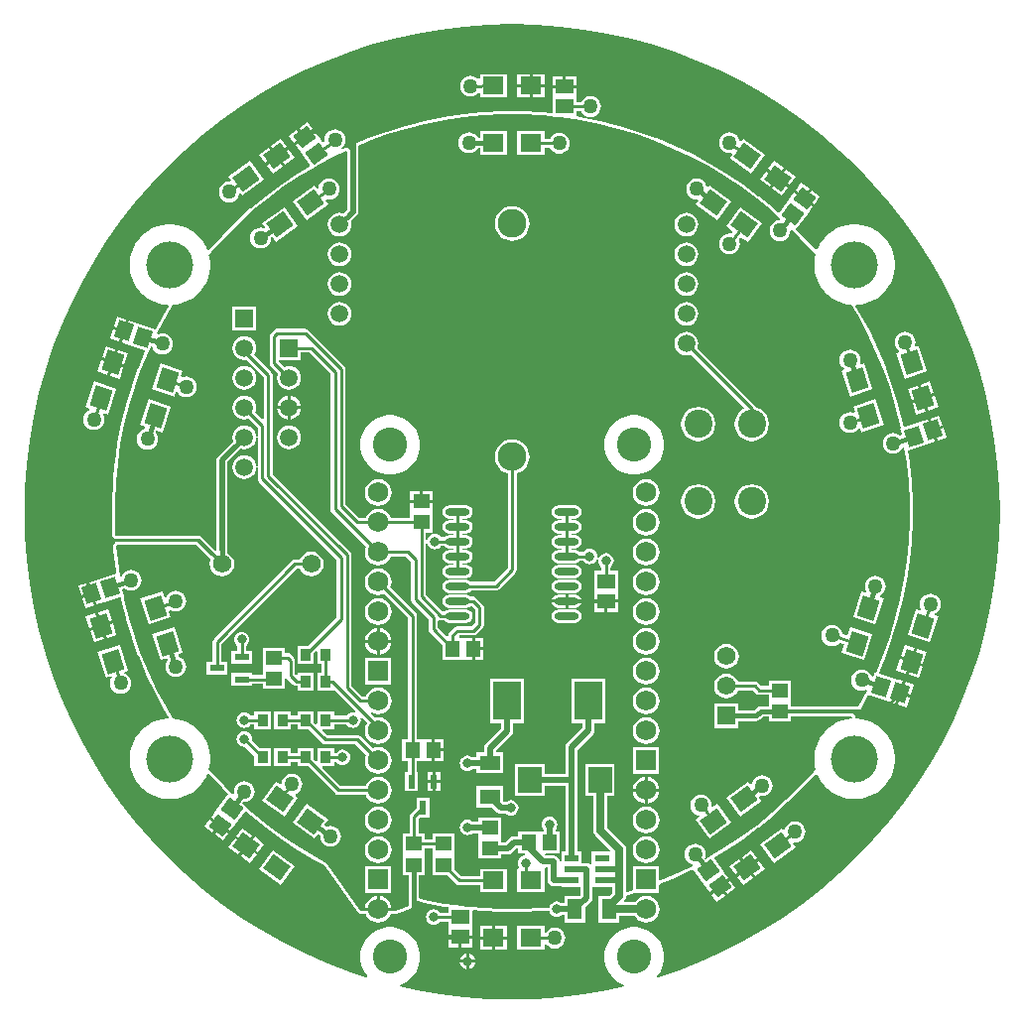
<source format=gtl>
G04 Layer_Physical_Order=1*
G04 Layer_Color=255*
%FSLAX25Y25*%
%MOIN*%
G70*
G01*
G75*
%ADD10R,0.03543X0.03937*%
%ADD11O,0.08071X0.02362*%
%ADD12R,0.04724X0.05512*%
%ADD13R,0.05512X0.04724*%
%ADD14R,0.07087X0.05118*%
%ADD15R,0.05906X0.05118*%
%ADD16R,0.02362X0.04528*%
%ADD17R,0.05118X0.02362*%
%ADD18R,0.07087X0.05906*%
G04:AMPARAMS|DCode=19|XSize=59.06mil|YSize=70.87mil|CornerRadius=0mil|HoleSize=0mil|Usage=FLASHONLY|Rotation=126.000|XOffset=0mil|YOffset=0mil|HoleType=Round|Shape=Rectangle|*
%AMROTATEDRECTD19*
4,1,4,0.04602,-0.00306,-0.01131,-0.04472,-0.04602,0.00306,0.01131,0.04472,0.04602,-0.00306,0.0*
%
%ADD19ROTATEDRECTD19*%

G04:AMPARAMS|DCode=20|XSize=59.06mil|YSize=70.87mil|CornerRadius=0mil|HoleSize=0mil|Usage=FLASHONLY|Rotation=162.000|XOffset=0mil|YOffset=0mil|HoleType=Round|Shape=Rectangle|*
%AMROTATEDRECTD20*
4,1,4,0.03903,0.02457,0.01713,-0.04282,-0.03903,-0.02457,-0.01713,0.04282,0.03903,0.02457,0.0*
%
%ADD20ROTATEDRECTD20*%

G04:AMPARAMS|DCode=21|XSize=59.06mil|YSize=70.87mil|CornerRadius=0mil|HoleSize=0mil|Usage=FLASHONLY|Rotation=198.000|XOffset=0mil|YOffset=0mil|HoleType=Round|Shape=Rectangle|*
%AMROTATEDRECTD21*
4,1,4,0.01713,0.04282,0.03903,-0.02457,-0.01713,-0.04282,-0.03903,0.02457,0.01713,0.04282,0.0*
%
%ADD21ROTATEDRECTD21*%

G04:AMPARAMS|DCode=22|XSize=59.06mil|YSize=70.87mil|CornerRadius=0mil|HoleSize=0mil|Usage=FLASHONLY|Rotation=234.000|XOffset=0mil|YOffset=0mil|HoleType=Round|Shape=Rectangle|*
%AMROTATEDRECTD22*
4,1,4,-0.01131,0.04472,0.04602,0.00306,0.01131,-0.04472,-0.04602,-0.00306,-0.01131,0.04472,0.0*
%
%ADD22ROTATEDRECTD22*%

G04:AMPARAMS|DCode=23|XSize=59.06mil|YSize=51.18mil|CornerRadius=0mil|HoleSize=0mil|Usage=FLASHONLY|Rotation=216.000|XOffset=0mil|YOffset=0mil|HoleType=Round|Shape=Rectangle|*
%AMROTATEDRECTD23*
4,1,4,0.00885,0.03806,0.03893,-0.00335,-0.00885,-0.03806,-0.03893,0.00335,0.00885,0.03806,0.0*
%
%ADD23ROTATEDRECTD23*%

G04:AMPARAMS|DCode=24|XSize=59.06mil|YSize=51.18mil|CornerRadius=0mil|HoleSize=0mil|Usage=FLASHONLY|Rotation=252.000|XOffset=0mil|YOffset=0mil|HoleType=Round|Shape=Rectangle|*
%AMROTATEDRECTD24*
4,1,4,-0.01521,0.03599,0.03346,0.02017,0.01521,-0.03599,-0.03346,-0.02017,-0.01521,0.03599,0.0*
%
%ADD24ROTATEDRECTD24*%

G04:AMPARAMS|DCode=25|XSize=59.06mil|YSize=51.18mil|CornerRadius=0mil|HoleSize=0mil|Usage=FLASHONLY|Rotation=288.000|XOffset=0mil|YOffset=0mil|HoleType=Round|Shape=Rectangle|*
%AMROTATEDRECTD25*
4,1,4,-0.03346,0.02017,0.01521,0.03599,0.03346,-0.02017,-0.01521,-0.03599,-0.03346,0.02017,0.0*
%
%ADD25ROTATEDRECTD25*%

G04:AMPARAMS|DCode=26|XSize=59.06mil|YSize=51.18mil|CornerRadius=0mil|HoleSize=0mil|Usage=FLASHONLY|Rotation=324.000|XOffset=0mil|YOffset=0mil|HoleType=Round|Shape=Rectangle|*
%AMROTATEDRECTD26*
4,1,4,-0.03893,-0.00335,-0.00885,0.03806,0.03893,0.00335,0.00885,-0.03806,-0.03893,-0.00335,0.0*
%
%ADD26ROTATEDRECTD26*%

%ADD27R,0.05118X0.07087*%
%ADD28R,0.04724X0.02362*%
%ADD29R,0.09449X0.12992*%
%ADD30R,0.07900X0.08661*%
%ADD31C,0.01000*%
%ADD32C,0.02000*%
%ADD33C,0.01500*%
%ADD34C,0.02500*%
%ADD35R,0.05906X0.05906*%
%ADD36C,0.05906*%
%ADD37C,0.15748*%
%ADD38C,0.09646*%
%ADD39C,0.06200*%
%ADD40R,0.06200X0.06200*%
%ADD41C,0.11500*%
%ADD42C,0.06900*%
%ADD43R,0.06900X0.06900*%
%ADD44C,0.09449*%
%ADD45C,0.03200*%
%ADD46C,0.05000*%
G36*
X8040Y163656D02*
X16060Y163065D01*
X24042Y162080D01*
X31966Y160705D01*
X39813Y158943D01*
X47564Y156798D01*
X55201Y154276D01*
X62704Y151381D01*
X70056Y148122D01*
X77240Y144506D01*
X84238Y140542D01*
X91032Y136239D01*
X97607Y131608D01*
X103948Y126661D01*
X110037Y121408D01*
X115862Y115862D01*
X121408Y110037D01*
X126661Y103948D01*
X131608Y97607D01*
X136239Y91032D01*
X140542Y84238D01*
X144506Y77240D01*
X148122Y70056D01*
X151381Y62704D01*
X154276Y55201D01*
X156798Y47564D01*
X158943Y39813D01*
X160705Y31966D01*
X162080Y24042D01*
X163065Y16060D01*
X163656Y8040D01*
X163854Y0D01*
X163656Y-8040D01*
X163065Y-16060D01*
X162080Y-24042D01*
X160705Y-31966D01*
X158943Y-39813D01*
X156798Y-47564D01*
X154276Y-55201D01*
X151381Y-62704D01*
X148122Y-70056D01*
X144506Y-77240D01*
X140542Y-84238D01*
X136239Y-91032D01*
X131608Y-97607D01*
X126661Y-103948D01*
X121408Y-110037D01*
X115862Y-115862D01*
X110037Y-121408D01*
X103948Y-126661D01*
X97607Y-131608D01*
X91032Y-136239D01*
X84238Y-140542D01*
X77240Y-144506D01*
X70056Y-148122D01*
X62704Y-151381D01*
X55201Y-154276D01*
X49009Y-156321D01*
X48747Y-155895D01*
X48768Y-155875D01*
X49862Y-154237D01*
X50616Y-152417D01*
X51000Y-150485D01*
Y-148515D01*
X50616Y-146583D01*
X49862Y-144763D01*
X48768Y-143125D01*
X47375Y-141733D01*
X45737Y-140638D01*
X43917Y-139884D01*
X41985Y-139500D01*
X41000Y-139500D01*
X40015Y-139500D01*
X38083Y-139884D01*
X36263Y-140638D01*
X34625Y-141733D01*
X33233Y-143125D01*
X32138Y-144763D01*
X31384Y-146583D01*
X31000Y-148515D01*
X31000Y-149500D01*
X31000Y-150485D01*
X31384Y-152417D01*
X32138Y-154237D01*
X33233Y-155875D01*
X34625Y-157267D01*
X36263Y-158362D01*
X37619Y-158923D01*
X37574Y-159446D01*
X31966Y-160705D01*
X24042Y-162080D01*
X16060Y-163065D01*
X8040Y-163656D01*
X0Y-163854D01*
X-8040Y-163656D01*
X-16060Y-163065D01*
X-24042Y-162080D01*
X-31966Y-160705D01*
X-37574Y-159446D01*
X-37619Y-158923D01*
X-36263Y-158362D01*
X-34625Y-157267D01*
X-33233Y-155875D01*
X-32138Y-154237D01*
X-31384Y-152417D01*
X-31000Y-150485D01*
Y-148515D01*
X-31384Y-146583D01*
X-32138Y-144763D01*
X-33233Y-143125D01*
X-34625Y-141733D01*
X-36263Y-140638D01*
X-38083Y-139884D01*
X-40015Y-139500D01*
X-41000Y-139500D01*
X-41985Y-139500D01*
X-43917Y-139884D01*
X-45737Y-140638D01*
X-47375Y-141733D01*
X-48768Y-143125D01*
X-49862Y-144763D01*
X-50616Y-146583D01*
X-51000Y-148515D01*
X-51000Y-149500D01*
X-51000Y-150485D01*
X-50616Y-152417D01*
X-49862Y-154237D01*
X-48768Y-155875D01*
X-48747Y-155895D01*
X-49009Y-156321D01*
X-55201Y-154276D01*
X-62704Y-151381D01*
X-70056Y-148122D01*
X-77240Y-144506D01*
X-84238Y-140542D01*
X-91032Y-136239D01*
X-97607Y-131608D01*
X-103948Y-126661D01*
X-110037Y-121408D01*
X-115862Y-115862D01*
X-121408Y-110037D01*
X-126661Y-103948D01*
X-131608Y-97607D01*
X-136239Y-91032D01*
X-140542Y-84238D01*
X-144506Y-77240D01*
X-148122Y-70056D01*
X-151381Y-62704D01*
X-154276Y-55201D01*
X-156798Y-47564D01*
X-158943Y-39813D01*
X-160705Y-31966D01*
X-162080Y-24042D01*
X-163065Y-16060D01*
X-163656Y-8040D01*
X-163854Y0D01*
X-163656Y8040D01*
X-163065Y16060D01*
X-162080Y24042D01*
X-160705Y31966D01*
X-158943Y39813D01*
X-156798Y47564D01*
X-154276Y55201D01*
X-151381Y62704D01*
X-148122Y70056D01*
X-144506Y77240D01*
X-140542Y84238D01*
X-136239Y91032D01*
X-131608Y97607D01*
X-126661Y103948D01*
X-121408Y110037D01*
X-115862Y115862D01*
X-110037Y121408D01*
X-103948Y126661D01*
X-97607Y131608D01*
X-91032Y136239D01*
X-84238Y140542D01*
X-77240Y144506D01*
X-70056Y148122D01*
X-62704Y151381D01*
X-55201Y154276D01*
X-47564Y156798D01*
X-39813Y158943D01*
X-31966Y160705D01*
X-24042Y162080D01*
X-16060Y163065D01*
X-8040Y163656D01*
X0Y163854D01*
X8040Y163656D01*
D02*
G37*
%LPC*%
G36*
X-1756Y147098D02*
X-10842D01*
Y145456D01*
X-11343Y145286D01*
X-11504Y145496D01*
X-12235Y146057D01*
X-13086Y146410D01*
X-14000Y146530D01*
X-14914Y146410D01*
X-15765Y146057D01*
X-16496Y145496D01*
X-17057Y144765D01*
X-17410Y143914D01*
X-17530Y143000D01*
X-17410Y142086D01*
X-17057Y141235D01*
X-16496Y140504D01*
X-15765Y139943D01*
X-14914Y139590D01*
X-14000Y139470D01*
X-13086Y139590D01*
X-12235Y139943D01*
X-11504Y140504D01*
X-11343Y140714D01*
X-10842Y140544D01*
Y139193D01*
X-1756D01*
Y147098D01*
D02*
G37*
G36*
X10842Y147098D02*
X6799D01*
Y143646D01*
X10842D01*
Y147098D01*
D02*
G37*
G36*
X5799D02*
X1756D01*
Y143646D01*
X5799D01*
Y147098D01*
D02*
G37*
G36*
X21453Y146405D02*
X18000D01*
Y143347D01*
X21453D01*
Y146405D01*
D02*
G37*
G36*
X17000D02*
X13547D01*
Y143347D01*
X17000D01*
Y146405D01*
D02*
G37*
G36*
X10842Y142646D02*
X6799D01*
Y139193D01*
X10842D01*
Y142646D01*
D02*
G37*
G36*
X5799D02*
X1756D01*
Y139193D01*
X5799D01*
Y142646D01*
D02*
G37*
G36*
X21453Y142347D02*
X13547D01*
Y139713D01*
X13547D01*
Y134208D01*
X13177Y133873D01*
X9924Y134193D01*
X9898Y134190D01*
X9874Y134197D01*
X3327Y134518D01*
X3302Y134514D01*
X3277Y134519D01*
X-0Y134519D01*
X-3277Y134519D01*
X-3302Y134514D01*
X-3327Y134518D01*
X-9874Y134197D01*
X-9899Y134190D01*
X-9924Y134193D01*
X-16447Y133551D01*
X-16471Y133543D01*
X-16496Y133544D01*
X-22980Y132583D01*
X-23004Y132574D01*
X-23029D01*
X-29458Y131296D01*
X-29481Y131286D01*
X-29507Y131284D01*
X-35865Y129692D01*
X-35888Y129681D01*
X-35913Y129679D01*
X-42185Y127776D01*
X-42208Y127764D01*
X-42233Y127760D01*
X-48404Y125552D01*
X-48426Y125539D01*
X-48451Y125534D01*
X-52106Y124020D01*
X-52437Y123799D01*
X-52658Y123468D01*
X-52735Y123078D01*
Y101100D01*
X-52812Y100715D01*
X-53030Y100388D01*
X-54443Y98975D01*
X-54942Y99008D01*
X-55181Y99319D01*
X-55492Y99558D01*
X-55525Y100057D01*
X-54563Y101018D01*
X-54342Y101349D01*
X-54265Y101739D01*
Y121064D01*
X-54287Y121175D01*
X-54290Y121287D01*
X-54325Y121368D01*
X-54342Y121454D01*
X-54405Y121548D01*
X-54451Y121651D01*
X-54514Y121712D01*
X-54563Y121785D01*
X-54657Y121848D01*
X-54739Y121925D01*
X-55161Y122193D01*
X-55266Y122234D01*
X-55363Y122292D01*
X-55450Y122304D01*
X-55532Y122336D01*
X-55645Y122333D01*
X-55757Y122350D01*
X-55842Y122329D01*
X-55930Y122326D01*
X-56033Y122281D01*
X-56143Y122253D01*
X-57097Y121802D01*
X-57359Y122231D01*
X-57004Y122504D01*
X-56443Y123235D01*
X-56090Y124086D01*
X-55970Y125000D01*
X-56090Y125914D01*
X-56443Y126765D01*
X-57004Y127496D01*
X-57735Y128057D01*
X-58586Y128410D01*
X-59500Y128530D01*
X-60414Y128410D01*
X-61265Y128057D01*
X-61996Y127496D01*
X-62557Y126765D01*
X-62910Y125914D01*
X-63030Y125000D01*
X-62952Y124408D01*
X-63557Y123976D01*
X-64516Y125295D01*
X-64515Y125295D01*
X-66313Y127770D01*
X-69511Y125447D01*
X-72709Y123124D01*
X-71161Y120993D01*
X-71161Y120993D01*
X-67931Y116546D01*
X-68031Y116057D01*
X-71968Y113697D01*
X-71987Y113680D01*
X-72010Y113670D01*
X-77460Y110028D01*
X-77478Y110010D01*
X-77501Y110000D01*
X-82766Y106095D01*
X-82783Y106076D01*
X-82805Y106064D01*
X-87872Y101906D01*
X-87888Y101886D01*
X-87910Y101873D01*
X-92766Y97472D01*
X-92782Y97451D01*
X-92803Y97437D01*
X-97437Y92803D01*
X-97451Y92781D01*
X-97472Y92766D01*
X-101874Y87910D01*
X-101877Y87903D01*
X-102050Y87861D01*
X-102424Y87917D01*
X-102866Y88984D01*
X-103751Y90516D01*
X-104828Y91920D01*
X-106080Y93172D01*
X-107484Y94249D01*
X-109016Y95134D01*
X-110651Y95811D01*
X-112361Y96269D01*
X-114115Y96500D01*
X-115000Y96500D01*
X-115885Y96500D01*
X-117639Y96269D01*
X-119349Y95811D01*
X-120984Y95134D01*
X-122516Y94249D01*
X-123920Y93172D01*
X-125172Y91920D01*
X-126249Y90516D01*
X-127134Y88984D01*
X-127811Y87349D01*
X-128269Y85639D01*
X-128500Y83885D01*
X-128500Y83000D01*
X-128500Y82115D01*
X-128269Y80361D01*
X-127811Y78651D01*
X-127134Y77016D01*
X-126249Y75484D01*
X-125172Y74080D01*
X-123920Y72828D01*
X-122516Y71751D01*
X-120984Y70866D01*
X-119349Y70189D01*
X-117639Y69731D01*
X-115885Y69500D01*
X-115683D01*
X-115437Y69065D01*
X-117066Y66346D01*
X-117075Y66322D01*
X-117091Y66302D01*
X-119687Y61445D01*
X-125841Y63445D01*
Y63445D01*
X-128750Y64390D01*
X-129972Y60631D01*
X-131193Y56872D01*
X-128688Y56058D01*
Y56058D01*
X-123482Y54366D01*
X-123272Y53912D01*
X-125534Y48451D01*
X-125539Y48426D01*
X-125552Y48404D01*
X-127760Y42233D01*
X-127764Y42208D01*
X-127776Y42185D01*
X-129679Y35913D01*
X-129681Y35888D01*
X-129692Y35865D01*
X-131285Y29507D01*
X-131286Y29481D01*
X-131296Y29458D01*
X-132574Y23029D01*
Y23004D01*
X-132583Y22980D01*
X-133545Y16496D01*
X-133543Y16471D01*
X-133551Y16447D01*
X-134193Y9924D01*
X-134191Y9899D01*
X-134197Y9874D01*
X-134518Y3327D01*
X-134515Y3302D01*
X-134520Y3277D01*
X-134520Y0D01*
X-134520Y-3277D01*
X-134515Y-3302D01*
X-134518Y-3327D01*
X-134288Y-8021D01*
X-134246Y-8190D01*
X-134211Y-8361D01*
X-134197Y-8382D01*
X-134191Y-8406D01*
X-134087Y-8547D01*
X-133990Y-8692D01*
X-133969Y-8706D01*
X-133954Y-8726D01*
X-133805Y-8816D01*
X-133660Y-8913D01*
X-133635Y-8918D01*
X-133613Y-8931D01*
X-133440Y-8956D01*
X-133270Y-8990D01*
X-105600D01*
X-105313Y-9048D01*
X-105069Y-9211D01*
X-100467Y-13812D01*
X-100458Y-13818D01*
X-100393Y-14352D01*
X-100572Y-14555D01*
X-101143Y-14578D01*
X-105412Y-10308D01*
X-105743Y-10087D01*
X-106133Y-10010D01*
X-132687D01*
X-132712Y-10015D01*
X-132737Y-10011D01*
X-132906Y-10053D01*
X-133078Y-10087D01*
X-133099Y-10102D01*
X-133123Y-10108D01*
X-133263Y-10211D01*
X-133408Y-10308D01*
X-133423Y-10330D01*
X-133443Y-10345D01*
X-133779Y-10715D01*
X-133792Y-10737D01*
X-133811Y-10753D01*
X-133894Y-10907D01*
X-133983Y-11056D01*
X-133987Y-11082D01*
X-133999Y-11104D01*
X-134016Y-11277D01*
X-134042Y-11450D01*
X-134035Y-11474D01*
X-134038Y-11500D01*
X-133551Y-16447D01*
X-133543Y-16471D01*
X-133545Y-16496D01*
X-132931Y-20635D01*
X-139100Y-22639D01*
Y-22639D01*
X-142009Y-23585D01*
X-140787Y-27344D01*
X-139566Y-31103D01*
X-137061Y-30289D01*
Y-30289D01*
X-131848Y-28596D01*
X-131417Y-28848D01*
X-131296Y-29458D01*
X-131286Y-29481D01*
X-131285Y-29507D01*
X-129692Y-35865D01*
X-129681Y-35888D01*
X-129679Y-35913D01*
X-127776Y-42185D01*
X-127764Y-42208D01*
X-127760Y-42233D01*
X-125552Y-48404D01*
X-125539Y-48426D01*
X-125534Y-48451D01*
X-123026Y-54506D01*
X-123012Y-54527D01*
X-123006Y-54552D01*
X-120203Y-60477D01*
X-120188Y-60498D01*
X-120181Y-60522D01*
X-117091Y-66303D01*
X-117075Y-66322D01*
X-117066Y-66346D01*
X-115437Y-69065D01*
X-115683Y-69500D01*
X-115885D01*
X-117639Y-69731D01*
X-119349Y-70189D01*
X-120984Y-70866D01*
X-122516Y-71751D01*
X-123920Y-72828D01*
X-125172Y-74080D01*
X-126249Y-75484D01*
X-127134Y-77016D01*
X-127811Y-78651D01*
X-128269Y-80361D01*
X-128500Y-82115D01*
X-128500Y-83000D01*
X-128500Y-83885D01*
X-128269Y-85639D01*
X-127811Y-87349D01*
X-127134Y-88984D01*
X-126249Y-90516D01*
X-125172Y-91920D01*
X-123920Y-93172D01*
X-122516Y-94249D01*
X-120984Y-95134D01*
X-119349Y-95811D01*
X-117639Y-96269D01*
X-115885Y-96500D01*
X-115000Y-96500D01*
X-114115D01*
X-112361Y-96269D01*
X-110651Y-95811D01*
X-109016Y-95134D01*
X-107484Y-94249D01*
X-106080Y-93172D01*
X-104828Y-91920D01*
X-103751Y-90516D01*
X-102866Y-88984D01*
X-102424Y-87917D01*
X-102050Y-87861D01*
X-101877Y-87903D01*
X-101874Y-87910D01*
X-97472Y-92766D01*
X-97451Y-92781D01*
X-97437Y-92803D01*
X-95413Y-94827D01*
X-99227Y-100076D01*
X-99227Y-100076D01*
X-101025Y-102551D01*
X-97827Y-104875D01*
X-94629Y-107198D01*
X-93081Y-105067D01*
X-93081Y-105067D01*
X-89849Y-100618D01*
X-89351Y-100567D01*
X-87910Y-101874D01*
X-87888Y-101886D01*
X-87872Y-101906D01*
X-82805Y-106064D01*
X-82783Y-106076D01*
X-82766Y-106095D01*
X-77501Y-110000D01*
X-77478Y-110010D01*
X-77460Y-110028D01*
X-72010Y-113670D01*
X-71987Y-113680D01*
X-71968Y-113697D01*
X-66346Y-117066D01*
X-66322Y-117075D01*
X-66303Y-117091D01*
X-63113Y-118796D01*
X-51830Y-134593D01*
X-51768Y-134651D01*
X-51721Y-134721D01*
X-51624Y-134785D01*
X-51540Y-134865D01*
X-51461Y-134895D01*
X-51390Y-134942D01*
X-51276Y-134965D01*
X-51168Y-135006D01*
X-51083Y-135003D01*
X-51000Y-135020D01*
X-49187D01*
X-48887Y-135744D01*
X-48174Y-136674D01*
X-47244Y-137387D01*
X-46162Y-137836D01*
X-45000Y-137988D01*
X-43838Y-137836D01*
X-42756Y-137387D01*
X-41826Y-136674D01*
X-41113Y-135744D01*
X-40813Y-135020D01*
X-39000D01*
X-38818Y-134983D01*
X-38635Y-134952D01*
X-34419Y-133335D01*
X-34408Y-133328D01*
X-34394Y-133325D01*
X-34240Y-133222D01*
X-34083Y-133123D01*
X-34075Y-133112D01*
X-34063Y-133104D01*
X-33960Y-132950D01*
X-33853Y-132798D01*
X-33850Y-132785D01*
X-33842Y-132773D01*
X-33806Y-132591D01*
X-33765Y-132410D01*
X-33767Y-132397D01*
X-33765Y-132383D01*
Y-127407D01*
Y-121949D01*
X-33500D01*
Y-118587D01*
X-32500D01*
Y-121949D01*
X-32235D01*
Y-129805D01*
X-32221Y-129880D01*
X-32224Y-129955D01*
X-32182Y-130073D01*
X-32158Y-130196D01*
X-32116Y-130258D01*
X-32090Y-130330D01*
X-32006Y-130422D01*
X-31937Y-130526D01*
X-31874Y-130568D01*
X-31823Y-130624D01*
X-31710Y-130678D01*
X-31606Y-130747D01*
X-31532Y-130762D01*
X-31464Y-130795D01*
X-29507Y-131285D01*
X-29481Y-131286D01*
X-29458Y-131296D01*
X-23029Y-132574D01*
X-23004D01*
X-22980Y-132583D01*
X-21453Y-132809D01*
Y-134624D01*
X-24243D01*
X-24492Y-134299D01*
X-25035Y-133882D01*
X-25668Y-133621D01*
X-26346Y-133531D01*
X-27025Y-133621D01*
X-27658Y-133882D01*
X-28201Y-134299D01*
X-28618Y-134842D01*
X-28879Y-135475D01*
X-28969Y-136153D01*
X-28879Y-136832D01*
X-28618Y-137465D01*
X-28201Y-138008D01*
X-27658Y-138425D01*
X-27025Y-138687D01*
X-26346Y-138776D01*
X-25668Y-138687D01*
X-25035Y-138425D01*
X-24492Y-138008D01*
X-24243Y-137683D01*
X-21453D01*
Y-139713D01*
Y-142347D01*
X-17500D01*
X-13547D01*
Y-139713D01*
Y-134209D01*
X-13177Y-133873D01*
X-9924Y-134193D01*
X-9899Y-134191D01*
X-9874Y-134197D01*
X-3327Y-134518D01*
X-3302Y-134515D01*
X-3277Y-134520D01*
X0Y-134520D01*
X3277Y-134520D01*
X3302Y-134515D01*
X3327Y-134518D01*
X9874Y-134197D01*
X9899Y-134191D01*
X9924Y-134193D01*
X12436Y-133946D01*
X12467Y-134179D01*
X12729Y-134811D01*
X13146Y-135354D01*
X13689Y-135771D01*
X14321Y-136033D01*
X15000Y-136122D01*
X15679Y-136033D01*
X16311Y-135771D01*
X16613Y-135539D01*
X17524D01*
Y-138043D01*
X24642D01*
Y-132825D01*
X26442Y-131025D01*
X26884Y-130363D01*
X27039Y-129583D01*
Y-125921D01*
X33480D01*
X33706Y-126328D01*
Y-128050D01*
X32799Y-128957D01*
X28941D01*
Y-138043D01*
X36059D01*
Y-135794D01*
X41151D01*
X41826Y-136674D01*
X42756Y-137387D01*
X43838Y-137836D01*
X45000Y-137988D01*
X46162Y-137836D01*
X47244Y-137387D01*
X48174Y-136674D01*
X48887Y-135744D01*
X49336Y-134662D01*
X49488Y-133500D01*
X49336Y-132338D01*
X48887Y-131256D01*
X48174Y-130326D01*
X47244Y-129613D01*
X46162Y-129165D01*
X45000Y-129012D01*
X43838Y-129165D01*
X42756Y-129613D01*
X41826Y-130326D01*
X41151Y-131206D01*
X37692D01*
X37500Y-130744D01*
X37622Y-130622D01*
X38120Y-129878D01*
X38252Y-129211D01*
X38293Y-129116D01*
X38513Y-128874D01*
X38794Y-128775D01*
X38845Y-128778D01*
X38916Y-128752D01*
X38992Y-128745D01*
X40846Y-128182D01*
X40891Y-128158D01*
X40940Y-128149D01*
X41065Y-128066D01*
X41197Y-127995D01*
X41229Y-127956D01*
X41238Y-127950D01*
X49450D01*
Y-125296D01*
X49533Y-125124D01*
X49866Y-124864D01*
X49964Y-124845D01*
X50065D01*
X50157Y-124806D01*
X50256Y-124787D01*
X54506Y-123026D01*
X54527Y-123012D01*
X54552Y-123006D01*
X60477Y-120203D01*
X60932Y-120363D01*
X64236Y-124911D01*
X64515Y-125295D01*
X66313Y-127770D01*
X69511Y-125447D01*
X72709Y-123124D01*
X71440Y-121377D01*
X71161Y-120993D01*
X70882Y-120608D01*
X67931Y-116547D01*
X68031Y-116057D01*
X71968Y-113697D01*
X71987Y-113680D01*
X72010Y-113670D01*
X77460Y-110029D01*
X77478Y-110011D01*
X77501Y-110000D01*
X82766Y-106095D01*
X82783Y-106076D01*
X82805Y-106064D01*
X87872Y-101906D01*
X87888Y-101887D01*
X87910Y-101874D01*
X92766Y-97472D01*
X92782Y-97452D01*
X92803Y-97437D01*
X97437Y-92803D01*
X97452Y-92782D01*
X97472Y-92766D01*
X101874Y-87910D01*
X101877Y-87903D01*
X102050Y-87861D01*
X102424Y-87917D01*
X102866Y-88984D01*
X103751Y-90516D01*
X104828Y-91920D01*
X106080Y-93172D01*
X107484Y-94249D01*
X109016Y-95134D01*
X110651Y-95811D01*
X112361Y-96269D01*
X114115Y-96500D01*
X115000Y-96500D01*
X115885D01*
X117639Y-96269D01*
X119349Y-95811D01*
X120984Y-95134D01*
X122516Y-94249D01*
X123920Y-93172D01*
X125172Y-91920D01*
X126249Y-90516D01*
X127134Y-88984D01*
X127811Y-87349D01*
X128269Y-85639D01*
X128500Y-83885D01*
Y-83000D01*
X128500Y-82115D01*
X128269Y-80361D01*
X127811Y-78651D01*
X127134Y-77016D01*
X126249Y-75484D01*
X125172Y-74080D01*
X123920Y-72828D01*
X122516Y-71751D01*
X120984Y-70866D01*
X119349Y-70189D01*
X117639Y-69731D01*
X115885Y-69500D01*
X115712D01*
X115577Y-69433D01*
X115551Y-69415D01*
X115291Y-69158D01*
X115286Y-69000D01*
X115294Y-68883D01*
X115275Y-68823D01*
X115271Y-68760D01*
X115213Y-68636D01*
X115170Y-68505D01*
X114923Y-68070D01*
X114833Y-67966D01*
X114757Y-67852D01*
X114704Y-67817D01*
X114663Y-67769D01*
X114540Y-67707D01*
X114426Y-67631D01*
X114364Y-67618D01*
X114308Y-67590D01*
X114171Y-67580D01*
X114036Y-67553D01*
X93756D01*
Y-67543D01*
X90000D01*
Y-66543D01*
X93756D01*
Y-66533D01*
X116357D01*
X116503Y-66504D01*
X116653Y-66490D01*
X116697Y-66466D01*
X116747Y-66456D01*
X116871Y-66373D01*
X117003Y-66302D01*
X117035Y-66263D01*
X117078Y-66235D01*
X117161Y-66110D01*
X117256Y-65995D01*
X119687Y-61445D01*
X126245Y-63576D01*
Y-63576D01*
X128750Y-64390D01*
X129972Y-60631D01*
X131193Y-56872D01*
X128284Y-55926D01*
Y-55926D01*
X123482Y-54366D01*
X123272Y-53912D01*
X125534Y-48451D01*
X125539Y-48426D01*
X125552Y-48404D01*
X127760Y-42233D01*
X127764Y-42208D01*
X127776Y-42185D01*
X129679Y-35913D01*
X129681Y-35888D01*
X129692Y-35865D01*
X131285Y-29507D01*
X131286Y-29481D01*
X131296Y-29458D01*
X132574Y-23029D01*
Y-23004D01*
X132583Y-22980D01*
X133545Y-16496D01*
X133543Y-16471D01*
X133551Y-16447D01*
X134193Y-9924D01*
X134191Y-9899D01*
X134197Y-9874D01*
X134518Y-3327D01*
X134515Y-3302D01*
X134520Y-3277D01*
X134520Y0D01*
X134520Y3277D01*
X134515Y3302D01*
X134518Y3327D01*
X134197Y9874D01*
X134191Y9899D01*
X134193Y9924D01*
X133551Y16447D01*
X133543Y16471D01*
X133545Y16496D01*
X132931Y20635D01*
X139100Y22639D01*
Y22639D01*
X142009Y23585D01*
X140787Y27344D01*
X139566Y31103D01*
X137061Y30289D01*
Y30289D01*
X131848Y28596D01*
X131417Y28848D01*
X131296Y29458D01*
X131286Y29481D01*
X131285Y29507D01*
X129692Y35865D01*
X129681Y35888D01*
X129679Y35913D01*
X127776Y42185D01*
X127764Y42208D01*
X127760Y42233D01*
X125552Y48404D01*
X125539Y48426D01*
X125534Y48451D01*
X123026Y54506D01*
X123012Y54527D01*
X123006Y54552D01*
X120203Y60477D01*
X120188Y60498D01*
X120181Y60522D01*
X117091Y66302D01*
X117075Y66322D01*
X117066Y66346D01*
X115437Y69065D01*
X115683Y69500D01*
X115885D01*
X117639Y69731D01*
X119349Y70189D01*
X120984Y70866D01*
X122516Y71751D01*
X123920Y72828D01*
X125172Y74080D01*
X126249Y75484D01*
X127134Y77016D01*
X127811Y78651D01*
X128269Y80361D01*
X128500Y82115D01*
Y83000D01*
X128500Y83885D01*
X128269Y85639D01*
X127811Y87349D01*
X127134Y88984D01*
X126249Y90516D01*
X125172Y91920D01*
X123920Y93172D01*
X122516Y94249D01*
X120984Y95134D01*
X119349Y95811D01*
X117639Y96269D01*
X115885Y96500D01*
X115000Y96500D01*
X114115Y96500D01*
X112361Y96269D01*
X110651Y95811D01*
X109016Y95134D01*
X107484Y94249D01*
X106080Y93172D01*
X104828Y91920D01*
X103751Y90516D01*
X102866Y88984D01*
X102424Y87916D01*
X102050Y87861D01*
X101877Y87903D01*
X101873Y87910D01*
X97472Y92766D01*
X97451Y92781D01*
X97437Y92803D01*
X95413Y94827D01*
X99227Y100076D01*
X99227Y100076D01*
X101025Y102551D01*
X97827Y104875D01*
X94629Y107198D01*
X93081Y105067D01*
X93081Y105067D01*
X89849Y100618D01*
X89351Y100567D01*
X87910Y101873D01*
X87888Y101886D01*
X87872Y101906D01*
X82805Y106064D01*
X82783Y106076D01*
X82766Y106095D01*
X77501Y110000D01*
X77478Y110010D01*
X77460Y110028D01*
X72010Y113670D01*
X71987Y113680D01*
X71968Y113697D01*
X66346Y117066D01*
X66322Y117075D01*
X66302Y117091D01*
X60522Y120181D01*
X60497Y120188D01*
X60477Y120203D01*
X54552Y123005D01*
X54527Y123012D01*
X54506Y123026D01*
X48451Y125534D01*
X48426Y125539D01*
X48404Y125552D01*
X42233Y127760D01*
X42208Y127764D01*
X42185Y127776D01*
X35913Y129678D01*
X35888Y129681D01*
X35865Y129692D01*
X29506Y131284D01*
X29481Y131286D01*
X29458Y131295D01*
X23029Y132574D01*
X23004D01*
X22980Y132583D01*
X21453Y132809D01*
Y134624D01*
X23192D01*
X23289Y134388D01*
X23850Y133657D01*
X24581Y133096D01*
X25433Y132744D01*
X26346Y132623D01*
X27260Y132744D01*
X28112Y133096D01*
X28843Y133657D01*
X29404Y134388D01*
X29756Y135240D01*
X29877Y136153D01*
X29756Y137067D01*
X29404Y137919D01*
X28843Y138650D01*
X28112Y139211D01*
X27260Y139563D01*
X26346Y139684D01*
X25433Y139563D01*
X24581Y139211D01*
X23850Y138650D01*
X23289Y137919D01*
X23192Y137683D01*
X21453D01*
Y139287D01*
X21453D01*
Y142347D01*
D02*
G37*
G36*
X-68699Y131054D02*
X-71493Y129025D01*
X-69695Y126550D01*
X-66901Y128579D01*
X-68699Y131054D01*
D02*
G37*
G36*
X-72302Y128437D02*
X-75095Y126407D01*
X-73297Y123933D01*
X-70504Y125962D01*
X-72302Y128437D01*
D02*
G37*
G36*
X-77691Y125378D02*
X-80962Y123002D01*
X-78932Y120208D01*
X-75661Y122585D01*
X-77691Y125378D01*
D02*
G37*
G36*
X-81771Y122414D02*
X-85042Y120037D01*
X-83012Y117244D01*
X-79741Y119620D01*
X-81771Y122414D01*
D02*
G37*
G36*
X-75073Y121776D02*
X-78344Y119399D01*
X-76315Y116606D01*
X-73044Y118982D01*
X-75073Y121776D01*
D02*
G37*
G36*
X73000Y127530D02*
X72086Y127410D01*
X71235Y127057D01*
X70504Y126496D01*
X69943Y125765D01*
X69590Y124914D01*
X69470Y124000D01*
X69590Y123086D01*
X69943Y122235D01*
X70504Y121504D01*
X71235Y120943D01*
X72086Y120590D01*
X73000Y120470D01*
X73560Y120544D01*
X73838Y120076D01*
X73044Y118983D01*
X80395Y113642D01*
X85042Y120037D01*
X77690Y125378D01*
X76982Y124402D01*
X76460Y124535D01*
X76410Y124914D01*
X76057Y125765D01*
X75496Y126496D01*
X74765Y127057D01*
X73914Y127410D01*
X73000Y127530D01*
D02*
G37*
G36*
X-79153Y118811D02*
X-82424Y116435D01*
X-80395Y113642D01*
X-77124Y116018D01*
X-79153Y118811D01*
D02*
G37*
G36*
X87883Y117973D02*
X85853Y115180D01*
X89124Y112803D01*
X91154Y115596D01*
X87883Y117973D01*
D02*
G37*
G36*
X-87883Y117973D02*
X-95234Y112632D01*
X-94377Y111452D01*
X-94655Y110985D01*
X-95000Y111030D01*
X-95914Y110910D01*
X-96765Y110557D01*
X-97496Y109996D01*
X-98057Y109265D01*
X-98410Y108414D01*
X-98530Y107500D01*
X-98410Y106586D01*
X-98057Y105735D01*
X-97496Y105004D01*
X-96765Y104443D01*
X-95914Y104090D01*
X-95000Y103970D01*
X-94086Y104090D01*
X-93235Y104443D01*
X-92504Y105004D01*
X-91943Y105735D01*
X-91590Y106586D01*
X-91563Y106790D01*
X-91079Y106913D01*
X-90587Y106236D01*
X-83236Y111577D01*
X-87883Y117973D01*
D02*
G37*
G36*
X91963Y115009D02*
X89933Y112215D01*
X93204Y109839D01*
X95234Y112632D01*
X91963Y115009D01*
D02*
G37*
G36*
X85265Y114371D02*
X83236Y111577D01*
X86507Y109201D01*
X88537Y111994D01*
X85265Y114371D01*
D02*
G37*
G36*
X89346Y111406D02*
X87316Y108613D01*
X90587Y106236D01*
X92617Y109030D01*
X89346Y111406D01*
D02*
G37*
G36*
X97015Y110482D02*
X95217Y108007D01*
X98010Y105977D01*
X99808Y108452D01*
X97015Y110482D01*
D02*
G37*
G36*
X100617Y107864D02*
X98819Y105390D01*
X101613Y103360D01*
X103411Y105835D01*
X100617Y107864D01*
D02*
G37*
G36*
X-132611Y65645D02*
X-133678Y62361D01*
X-130768Y61415D01*
X-129701Y64699D01*
X-132611Y65645D01*
D02*
G37*
G36*
X-133987Y61410D02*
X-135054Y58126D01*
X-132144Y57181D01*
X-131077Y60465D01*
X-133987Y61410D01*
D02*
G37*
G36*
X-136548Y55768D02*
X-137798Y51922D01*
X-134514Y50855D01*
X-133265Y54701D01*
X-136548Y55768D01*
D02*
G37*
G36*
X-132314Y54392D02*
X-133563Y50546D01*
X-130279Y49479D01*
X-129030Y53325D01*
X-132314Y54392D01*
D02*
G37*
G36*
X-138107Y50971D02*
X-139356Y47126D01*
X-136073Y46059D01*
X-134823Y49904D01*
X-138107Y50971D01*
D02*
G37*
G36*
X132000Y60530D02*
X131086Y60410D01*
X130235Y60057D01*
X129504Y59496D01*
X128943Y58765D01*
X128590Y57914D01*
X128470Y57000D01*
X128590Y56086D01*
X128943Y55235D01*
X129504Y54504D01*
X129961Y54153D01*
X129865Y53596D01*
X129030Y53325D01*
X131838Y44683D01*
X139356Y47126D01*
X136548Y55768D01*
X135648Y55475D01*
X135309Y55843D01*
X135410Y56086D01*
X135530Y57000D01*
X135410Y57914D01*
X135057Y58765D01*
X134496Y59496D01*
X133765Y60057D01*
X132914Y60410D01*
X132000Y60530D01*
D02*
G37*
G36*
X-133872Y49595D02*
X-135122Y45750D01*
X-131838Y44683D01*
X-130588Y48528D01*
X-133872Y49595D01*
D02*
G37*
G36*
X140442Y43786D02*
X137158Y42719D01*
X138407Y38874D01*
X141691Y39941D01*
X140442Y43786D01*
D02*
G37*
G36*
X136207Y42410D02*
X132923Y41343D01*
X134172Y37498D01*
X137456Y38565D01*
X136207Y42410D01*
D02*
G37*
G36*
X142000Y38989D02*
X138716Y37923D01*
X139966Y34077D01*
X143249Y35144D01*
X142000Y38989D01*
D02*
G37*
G36*
X137765Y37614D02*
X134481Y36547D01*
X135731Y32701D01*
X139015Y33768D01*
X137765Y37614D01*
D02*
G37*
G36*
X-140442Y43786D02*
X-143249Y35144D01*
X-141960Y34725D01*
X-141939Y34192D01*
X-142265Y34057D01*
X-142996Y33496D01*
X-143557Y32765D01*
X-143910Y31914D01*
X-144030Y31000D01*
X-143910Y30086D01*
X-143557Y29235D01*
X-142996Y28504D01*
X-142265Y27943D01*
X-141414Y27590D01*
X-140500Y27470D01*
X-139586Y27590D01*
X-138735Y27943D01*
X-138004Y28504D01*
X-137443Y29235D01*
X-137090Y30086D01*
X-136970Y31000D01*
X-137090Y31914D01*
X-137427Y32726D01*
X-137328Y32927D01*
X-137160Y33165D01*
X-135731Y32701D01*
X-132923Y41343D01*
X-140442Y43786D01*
D02*
G37*
G36*
X143426Y32358D02*
X140517Y31412D01*
X141584Y28128D01*
X144493Y29074D01*
X143426Y32358D01*
D02*
G37*
G36*
X144802Y28123D02*
X141893Y27178D01*
X142960Y23894D01*
X145869Y24839D01*
X144802Y28123D01*
D02*
G37*
G36*
X-142960Y-23894D02*
X-145869Y-24839D01*
X-144802Y-28123D01*
X-141893Y-27178D01*
X-142960Y-23894D01*
D02*
G37*
G36*
X-141584Y-28128D02*
X-144493Y-29074D01*
X-143426Y-32358D01*
X-140517Y-31412D01*
X-141584Y-28128D01*
D02*
G37*
G36*
X140500Y-27470D02*
X139586Y-27590D01*
X138735Y-27943D01*
X138004Y-28504D01*
X137443Y-29235D01*
X137090Y-30086D01*
X136970Y-31000D01*
X137090Y-31914D01*
X137427Y-32726D01*
X137328Y-32927D01*
X137160Y-33165D01*
X135731Y-32701D01*
X132923Y-41343D01*
X140442Y-43786D01*
X143249Y-35144D01*
X141960Y-34725D01*
X141939Y-34192D01*
X142265Y-34057D01*
X142996Y-33496D01*
X143557Y-32765D01*
X143910Y-31914D01*
X144030Y-31000D01*
X143910Y-30086D01*
X143557Y-29235D01*
X142996Y-28504D01*
X142265Y-27943D01*
X141414Y-27590D01*
X140500Y-27470D01*
D02*
G37*
G36*
X-135731Y-32701D02*
X-139015Y-33768D01*
X-137765Y-37614D01*
X-134481Y-36547D01*
X-135731Y-32701D01*
D02*
G37*
G36*
X-139966Y-34077D02*
X-143249Y-35144D01*
X-142000Y-38989D01*
X-138716Y-37923D01*
X-139966Y-34077D01*
D02*
G37*
G36*
X-134172Y-37498D02*
X-137456Y-38565D01*
X-136207Y-42410D01*
X-132923Y-41343D01*
X-134172Y-37498D01*
D02*
G37*
G36*
X-138407Y-38874D02*
X-141691Y-39941D01*
X-140442Y-43786D01*
X-137158Y-42719D01*
X-138407Y-38874D01*
D02*
G37*
G36*
X131838Y-44683D02*
X130588Y-48528D01*
X133872Y-49595D01*
X135122Y-45750D01*
X131838Y-44683D01*
D02*
G37*
G36*
X136073Y-46059D02*
X134823Y-49904D01*
X138107Y-50971D01*
X139356Y-47126D01*
X136073Y-46059D01*
D02*
G37*
G36*
X130279Y-49479D02*
X129030Y-53325D01*
X132314Y-54392D01*
X133563Y-50546D01*
X130279Y-49479D01*
D02*
G37*
G36*
X134514Y-50855D02*
X133265Y-54701D01*
X136548Y-55768D01*
X137798Y-51922D01*
X134514Y-50855D01*
D02*
G37*
G36*
X-131838Y-44683D02*
X-139356Y-47126D01*
X-136548Y-55768D01*
X-134769Y-55190D01*
X-134467Y-55617D01*
X-134557Y-55735D01*
X-134910Y-56586D01*
X-135030Y-57500D01*
X-134910Y-58414D01*
X-134557Y-59265D01*
X-133996Y-59996D01*
X-133265Y-60557D01*
X-132414Y-60910D01*
X-131500Y-61030D01*
X-130586Y-60910D01*
X-129735Y-60557D01*
X-129004Y-59996D01*
X-128443Y-59265D01*
X-128090Y-58414D01*
X-127970Y-57500D01*
X-128090Y-56586D01*
X-128443Y-55735D01*
X-129004Y-55004D01*
X-129735Y-54443D01*
X-130226Y-54239D01*
X-130205Y-53707D01*
X-129030Y-53325D01*
X-131838Y-44683D01*
D02*
G37*
G36*
X132144Y-57181D02*
X131077Y-60464D01*
X133987Y-61410D01*
X135054Y-58126D01*
X132144Y-57181D01*
D02*
G37*
G36*
X130768Y-61415D02*
X129701Y-64699D01*
X132611Y-65645D01*
X133678Y-62361D01*
X130768Y-61415D01*
D02*
G37*
G36*
X95000Y-103970D02*
X94086Y-104090D01*
X93235Y-104443D01*
X92504Y-105004D01*
X91943Y-105735D01*
X91590Y-106586D01*
X91563Y-106790D01*
X91079Y-106913D01*
X90587Y-106236D01*
X83236Y-111577D01*
X87883Y-117973D01*
X95234Y-112632D01*
X94377Y-111452D01*
X94655Y-110985D01*
X95000Y-111030D01*
X95914Y-110910D01*
X96765Y-110557D01*
X97496Y-109996D01*
X98057Y-109265D01*
X98410Y-108414D01*
X98530Y-107500D01*
X98410Y-106586D01*
X98057Y-105735D01*
X97496Y-105004D01*
X96765Y-104443D01*
X95914Y-104090D01*
X95000Y-103970D01*
D02*
G37*
G36*
X-101613Y-103360D02*
X-103411Y-105835D01*
X-100617Y-107864D01*
X-98819Y-105390D01*
X-101613Y-103360D01*
D02*
G37*
G36*
X-98010Y-105977D02*
X-99808Y-108452D01*
X-97015Y-110482D01*
X-95217Y-108007D01*
X-98010Y-105977D01*
D02*
G37*
G36*
X-90587Y-106236D02*
X-92617Y-109030D01*
X-89346Y-111406D01*
X-87316Y-108613D01*
X-90587Y-106236D01*
D02*
G37*
G36*
X-86507Y-109201D02*
X-88537Y-111994D01*
X-85265Y-114371D01*
X-83236Y-111577D01*
X-86507Y-109201D01*
D02*
G37*
G36*
X-93204Y-109839D02*
X-95234Y-112632D01*
X-91963Y-115009D01*
X-89933Y-112215D01*
X-93204Y-109839D01*
D02*
G37*
G36*
X-89124Y-112803D02*
X-91154Y-115596D01*
X-87883Y-117973D01*
X-85853Y-115180D01*
X-89124Y-112803D01*
D02*
G37*
G36*
X80395Y-113642D02*
X77124Y-116018D01*
X79153Y-118811D01*
X82424Y-116435D01*
X80395Y-113642D01*
D02*
G37*
G36*
X76315Y-116606D02*
X73044Y-118982D01*
X75073Y-121776D01*
X78344Y-119399D01*
X76315Y-116606D01*
D02*
G37*
G36*
X83012Y-117244D02*
X79741Y-119620D01*
X81771Y-122414D01*
X85042Y-120037D01*
X83012Y-117244D01*
D02*
G37*
G36*
X78932Y-120208D02*
X75661Y-122585D01*
X77691Y-125378D01*
X80962Y-123002D01*
X78932Y-120208D01*
D02*
G37*
G36*
X-80395Y-113642D02*
X-85042Y-120037D01*
X-77690Y-125378D01*
X-73044Y-118983D01*
X-80395Y-113642D01*
D02*
G37*
G36*
X73297Y-123933D02*
X70504Y-125962D01*
X72302Y-128437D01*
X75095Y-126407D01*
X73297Y-123933D01*
D02*
G37*
G36*
X69695Y-126550D02*
X66901Y-128579D01*
X68699Y-131054D01*
X71493Y-129025D01*
X69695Y-126550D01*
D02*
G37*
G36*
X-1756Y-139193D02*
X-5799D01*
Y-142646D01*
X-1756D01*
Y-139193D01*
D02*
G37*
G36*
X-6799D02*
X-10842D01*
Y-142646D01*
X-6799D01*
Y-139193D01*
D02*
G37*
G36*
X-13547Y-143347D02*
X-17000D01*
Y-146405D01*
X-13547D01*
Y-143347D01*
D02*
G37*
G36*
X-18000D02*
X-21453D01*
Y-146405D01*
X-18000D01*
Y-143347D01*
D02*
G37*
G36*
X10842Y-139193D02*
X1756D01*
Y-147098D01*
X10842D01*
Y-145109D01*
X11134Y-144982D01*
X11343Y-144970D01*
X11858Y-145642D01*
X12589Y-146203D01*
X13441Y-146555D01*
X14354Y-146676D01*
X15268Y-146555D01*
X16119Y-146203D01*
X16851Y-145642D01*
X17412Y-144911D01*
X17764Y-144059D01*
X17885Y-143146D01*
X17764Y-142232D01*
X17412Y-141381D01*
X16851Y-140649D01*
X16119Y-140088D01*
X15268Y-139736D01*
X14354Y-139615D01*
X13441Y-139736D01*
X12589Y-140088D01*
X11858Y-140649D01*
X11343Y-141321D01*
X11134Y-141309D01*
X10842Y-141182D01*
Y-139193D01*
D02*
G37*
G36*
X-1756Y-143646D02*
X-5799D01*
Y-147098D01*
X-1756D01*
Y-143646D01*
D02*
G37*
G36*
X-6799D02*
X-10842D01*
Y-147098D01*
X-6799D01*
Y-143646D01*
D02*
G37*
G36*
X-14500Y-148443D02*
Y-150500D01*
X-12443D01*
X-12467Y-150321D01*
X-12729Y-149689D01*
X-13146Y-149146D01*
X-13689Y-148729D01*
X-14321Y-148467D01*
X-14500Y-148443D01*
D02*
G37*
G36*
X-15500D02*
X-15679Y-148467D01*
X-16311Y-148729D01*
X-16854Y-149146D01*
X-17271Y-149689D01*
X-17533Y-150321D01*
X-17557Y-150500D01*
X-15500D01*
Y-148443D01*
D02*
G37*
G36*
X-12443Y-151500D02*
X-14500D01*
Y-153557D01*
X-14321Y-153533D01*
X-13689Y-153271D01*
X-13146Y-152854D01*
X-12729Y-152311D01*
X-12467Y-151679D01*
X-12443Y-151500D01*
D02*
G37*
G36*
X-15500D02*
X-17557D01*
X-17533Y-151679D01*
X-17271Y-152311D01*
X-16854Y-152854D01*
X-16311Y-153271D01*
X-15679Y-153533D01*
X-15500Y-153557D01*
Y-151500D01*
D02*
G37*
%LPD*%
G36*
X9824Y133178D02*
X13547Y132812D01*
Y132595D01*
X15751D01*
X16347Y132536D01*
X22830Y131574D01*
X29259Y130295D01*
X35617Y128703D01*
X41889Y126800D01*
X48060Y124592D01*
X54116Y122084D01*
X60041Y119281D01*
X65822Y116192D01*
X71444Y112822D01*
X76894Y109180D01*
X82158Y105276D01*
X87225Y101118D01*
X89026Y99486D01*
X88897Y99308D01*
X89997Y98509D01*
X89835Y98009D01*
X89086Y97910D01*
X88235Y97557D01*
X87504Y96996D01*
X86943Y96265D01*
X86590Y95414D01*
X86470Y94500D01*
X86590Y93586D01*
X86943Y92735D01*
X87504Y92004D01*
X88235Y91443D01*
X89086Y91090D01*
X90000Y90970D01*
X90914Y91090D01*
X91765Y91443D01*
X92496Y92004D01*
X93057Y92735D01*
X93410Y93586D01*
X93530Y94500D01*
X93515Y94613D01*
X93964Y94834D01*
X96716Y92081D01*
X101118Y87225D01*
X101900Y86272D01*
X101731Y85639D01*
X101500Y83885D01*
X101500Y83000D01*
X101500Y82115D01*
X101731Y80361D01*
X102189Y78651D01*
X102866Y77016D01*
X103751Y75484D01*
X104828Y74080D01*
X106080Y72828D01*
X107484Y71751D01*
X109016Y70866D01*
X110651Y70189D01*
X112361Y69731D01*
X113976Y69518D01*
X116192Y65822D01*
X119281Y60041D01*
X122084Y54116D01*
X124592Y48061D01*
X126800Y41889D01*
X128703Y35617D01*
X130296Y29259D01*
X130514Y28162D01*
X130291Y28090D01*
X130902Y26210D01*
X130957Y25934D01*
X130251Y25685D01*
X129765Y26057D01*
X128914Y26410D01*
X128000Y26530D01*
X127086Y26410D01*
X126235Y26057D01*
X125504Y25496D01*
X124943Y24765D01*
X124590Y23914D01*
X124470Y23000D01*
X124590Y22086D01*
X124943Y21235D01*
X125504Y20504D01*
X126235Y19943D01*
X127086Y19590D01*
X128000Y19470D01*
X128914Y19590D01*
X129765Y19943D01*
X130496Y20504D01*
X131057Y21235D01*
X131240Y21676D01*
X131755Y21613D01*
X132536Y16347D01*
X133178Y9824D01*
X133500Y3277D01*
X133500Y0D01*
X133500Y-3277D01*
X133178Y-9824D01*
X132536Y-16347D01*
X131574Y-22830D01*
X130296Y-29259D01*
X128703Y-35617D01*
X126800Y-41889D01*
X124592Y-48061D01*
X122159Y-53936D01*
X121918Y-53858D01*
X121414Y-55411D01*
X121328Y-55476D01*
X120824Y-55378D01*
X120557Y-54735D01*
X119996Y-54004D01*
X119265Y-53443D01*
X118414Y-53090D01*
X117500Y-52970D01*
X116586Y-53090D01*
X115735Y-53443D01*
X115004Y-54004D01*
X114443Y-54735D01*
X114090Y-55586D01*
X113970Y-56500D01*
X114090Y-57414D01*
X114443Y-58265D01*
X115004Y-58996D01*
X115735Y-59557D01*
X116586Y-59910D01*
X117500Y-60030D01*
X118414Y-59910D01*
X118883Y-59716D01*
X119166Y-59947D01*
X119247Y-60106D01*
X116357Y-65514D01*
X93756D01*
Y-63819D01*
X93756Y-63681D01*
Y-63319D01*
X93756Y-63181D01*
Y-56595D01*
X86244D01*
Y-58427D01*
X83590D01*
X82581Y-57419D01*
X82085Y-57087D01*
X81500Y-56971D01*
X75804D01*
X75581Y-56432D01*
X74924Y-55576D01*
X74068Y-54919D01*
X73070Y-54505D01*
X72000Y-54365D01*
X70930Y-54505D01*
X69932Y-54919D01*
X69076Y-55576D01*
X68419Y-56432D01*
X68006Y-57430D01*
X67865Y-58500D01*
X68006Y-59570D01*
X68419Y-60568D01*
X69076Y-61424D01*
X69932Y-62081D01*
X70930Y-62494D01*
X72000Y-62635D01*
X73070Y-62494D01*
X74068Y-62081D01*
X74924Y-61424D01*
X75581Y-60568D01*
X75804Y-60029D01*
X80866D01*
X81875Y-61038D01*
X82371Y-61370D01*
X82957Y-61486D01*
X86244D01*
Y-63181D01*
X86244Y-63319D01*
Y-63681D01*
X86244Y-63819D01*
Y-65259D01*
X83457D01*
X82774Y-65395D01*
X82195Y-65782D01*
X81261Y-66716D01*
X76100D01*
Y-64400D01*
X67900D01*
Y-72600D01*
X76100D01*
Y-70284D01*
X82000D01*
X82683Y-70148D01*
X83262Y-69762D01*
X84196Y-68828D01*
X86244D01*
Y-70406D01*
X93756D01*
Y-68573D01*
X114036D01*
X114282Y-69008D01*
X113976Y-69518D01*
X112361Y-69731D01*
X110651Y-70189D01*
X109016Y-70866D01*
X107484Y-71751D01*
X106080Y-72828D01*
X104828Y-74080D01*
X103751Y-75484D01*
X102866Y-77016D01*
X102189Y-78651D01*
X101731Y-80361D01*
X101500Y-82115D01*
X101500Y-83000D01*
X101500Y-83885D01*
X101731Y-85639D01*
X101900Y-86272D01*
X101118Y-87225D01*
X96716Y-92082D01*
X92082Y-96716D01*
X87225Y-101118D01*
X82158Y-105276D01*
X76894Y-109181D01*
X71444Y-112822D01*
X67111Y-115419D01*
X66977Y-115234D01*
X65205Y-116522D01*
X65071Y-116594D01*
X64779Y-116230D01*
X64910Y-115914D01*
X65030Y-115000D01*
X64910Y-114086D01*
X64557Y-113235D01*
X63996Y-112504D01*
X63265Y-111943D01*
X62414Y-111590D01*
X61500Y-111470D01*
X60586Y-111590D01*
X59735Y-111943D01*
X59004Y-112504D01*
X58443Y-113235D01*
X58090Y-114086D01*
X57970Y-115000D01*
X58090Y-115914D01*
X58443Y-116765D01*
X59004Y-117496D01*
X59735Y-118057D01*
X60586Y-118410D01*
X60647Y-118418D01*
X60737Y-118910D01*
X60041Y-119282D01*
X54116Y-122084D01*
X49866Y-123845D01*
X49450Y-123567D01*
Y-119050D01*
X40550D01*
Y-127207D01*
X38696Y-127769D01*
X38294Y-127471D01*
Y-123740D01*
Y-120000D01*
Y-113500D01*
X38120Y-112622D01*
X37622Y-111878D01*
X31794Y-106050D01*
Y-95331D01*
X34450D01*
Y-84669D01*
X24550D01*
Y-95331D01*
X27206D01*
Y-107000D01*
X27380Y-107878D01*
X27878Y-108622D01*
X32873Y-113617D01*
X32681Y-114079D01*
X26756D01*
Y-118196D01*
X26256Y-118434D01*
X25780Y-118116D01*
X25000Y-117961D01*
X23244D01*
Y-114079D01*
X21921D01*
Y-90000D01*
Y-79963D01*
X27123Y-74761D01*
X27565Y-74099D01*
X27720Y-73319D01*
Y-70996D01*
X31405D01*
Y-56004D01*
X19957D01*
Y-70996D01*
X23642D01*
Y-72474D01*
X18440Y-77676D01*
X17998Y-78338D01*
X17843Y-79118D01*
Y-87961D01*
X10850D01*
Y-84669D01*
X950D01*
Y-95331D01*
X10850D01*
Y-92039D01*
X17843D01*
Y-114079D01*
X16520D01*
Y-117353D01*
X16020Y-117402D01*
X15884Y-116720D01*
X15442Y-116058D01*
X14780Y-115616D01*
X14000Y-115461D01*
X11252D01*
X11094Y-115256D01*
X11341Y-114756D01*
X15905D01*
Y-107244D01*
X14582D01*
Y-106657D01*
X14814Y-106354D01*
X15076Y-105722D01*
X15166Y-105043D01*
X15076Y-104365D01*
X14814Y-103732D01*
X14398Y-103189D01*
X13855Y-102772D01*
X13222Y-102510D01*
X12543Y-102421D01*
X11865Y-102510D01*
X11232Y-102772D01*
X10689Y-103189D01*
X10272Y-103732D01*
X10010Y-104365D01*
X9921Y-105043D01*
X10010Y-105722D01*
X10272Y-106354D01*
X10504Y-106657D01*
Y-107244D01*
X9181D01*
X9181Y-107244D01*
X8819D01*
Y-107244D01*
X8681Y-107244D01*
X2094D01*
Y-108961D01*
X500D01*
X-280Y-109116D01*
X-942Y-109558D01*
X-2388Y-111004D01*
X-3744D01*
Y-109819D01*
X-3744Y-109681D01*
Y-109319D01*
X-3744Y-109181D01*
Y-102594D01*
X-11256D01*
Y-103961D01*
X-13386D01*
X-13689Y-103729D01*
X-14321Y-103467D01*
X-15000Y-103378D01*
X-15679Y-103467D01*
X-16311Y-103729D01*
X-16854Y-104146D01*
X-17271Y-104689D01*
X-17533Y-105321D01*
X-17622Y-106000D01*
X-17533Y-106679D01*
X-17271Y-107311D01*
X-16854Y-107854D01*
X-16311Y-108271D01*
X-15679Y-108533D01*
X-15000Y-108622D01*
X-14321Y-108533D01*
X-13689Y-108271D01*
X-13386Y-108039D01*
X-11256D01*
Y-109181D01*
X-11256Y-109319D01*
Y-109681D01*
X-11256Y-109819D01*
Y-116405D01*
X-3744D01*
Y-115083D01*
X-1543D01*
X-763Y-114927D01*
X-101Y-114485D01*
X1345Y-113039D01*
X2094D01*
Y-114756D01*
X4282D01*
X4366Y-114891D01*
X4111Y-115429D01*
X3821Y-115467D01*
X3189Y-115729D01*
X2646Y-116146D01*
X2229Y-116689D01*
X1967Y-117321D01*
X1878Y-118000D01*
X1967Y-118679D01*
X2229Y-119311D01*
X2298Y-119402D01*
X2052Y-119902D01*
X1756D01*
Y-127807D01*
X10842D01*
Y-119902D01*
X11175Y-119539D01*
X11961D01*
Y-123740D01*
X12116Y-124521D01*
X12558Y-125182D01*
X13220Y-125624D01*
X14000Y-125779D01*
X16520D01*
Y-125921D01*
X22961D01*
Y-128738D01*
X22742Y-128957D01*
X17524D01*
Y-131461D01*
X16613D01*
X16311Y-131229D01*
X15679Y-130967D01*
X15000Y-130878D01*
X14321Y-130967D01*
X13689Y-131229D01*
X13146Y-131646D01*
X12729Y-132189D01*
X12467Y-132821D01*
X12454Y-132919D01*
X9824Y-133178D01*
X3277Y-133500D01*
X0Y-133500D01*
X-3277Y-133500D01*
X-9824Y-133178D01*
X-13547Y-132812D01*
Y-132595D01*
X-15753D01*
X-16347Y-132536D01*
X-22830Y-131574D01*
X-29259Y-130296D01*
X-31216Y-129805D01*
Y-121949D01*
X-29244D01*
Y-115362D01*
X-29244Y-115224D01*
Y-114862D01*
X-29244Y-114724D01*
Y-113029D01*
X-26756D01*
Y-114724D01*
X-26756Y-114862D01*
Y-115224D01*
X-26756Y-115362D01*
Y-121949D01*
X-21801D01*
X-18814Y-124936D01*
X-18318Y-125267D01*
X-17732Y-125384D01*
X-10842D01*
Y-127807D01*
X-1756D01*
Y-119902D01*
X-10842D01*
Y-122325D01*
X-17099D01*
X-19244Y-120180D01*
Y-115362D01*
X-19244Y-115224D01*
Y-114862D01*
X-19244Y-114724D01*
Y-108138D01*
X-26756D01*
Y-109971D01*
X-29244D01*
Y-108138D01*
X-31471D01*
Y-103063D01*
X-31101Y-102693D01*
X-27819D01*
Y-96165D01*
X-32181D01*
Y-99447D01*
X-34081Y-101348D01*
X-34413Y-101844D01*
X-34529Y-102429D01*
Y-108138D01*
X-36756D01*
Y-114724D01*
X-36756Y-114862D01*
Y-115224D01*
X-36756Y-115362D01*
Y-121949D01*
X-34784D01*
Y-127407D01*
Y-132383D01*
X-39000Y-134000D01*
X-40198D01*
D01*
X-45000D01*
X-49927D01*
D01*
X-51000D01*
X-62422Y-118009D01*
X-65822Y-116192D01*
X-71444Y-112822D01*
X-76894Y-109181D01*
X-82158Y-105276D01*
X-87225Y-101118D01*
X-89026Y-99486D01*
X-88897Y-99308D01*
X-90534Y-98119D01*
X-90664Y-98001D01*
X-90300Y-97491D01*
X-90000Y-97530D01*
X-89086Y-97410D01*
X-88235Y-97057D01*
X-87504Y-96496D01*
X-86943Y-95765D01*
X-86590Y-94914D01*
X-86470Y-94000D01*
X-86590Y-93086D01*
X-86943Y-92235D01*
X-87504Y-91504D01*
X-88235Y-90943D01*
X-89086Y-90590D01*
X-90000Y-90470D01*
X-90914Y-90590D01*
X-91765Y-90943D01*
X-92496Y-91504D01*
X-93057Y-92235D01*
X-93410Y-93086D01*
X-93530Y-94000D01*
X-93445Y-94646D01*
X-93919Y-94879D01*
X-96716Y-92082D01*
X-101118Y-87225D01*
X-101900Y-86272D01*
X-101731Y-85639D01*
X-101500Y-83885D01*
Y-83000D01*
X-101500Y-82115D01*
X-101731Y-80361D01*
X-102189Y-78651D01*
X-102866Y-77016D01*
X-103751Y-75484D01*
X-104828Y-74080D01*
X-106080Y-72828D01*
X-107484Y-71751D01*
X-109016Y-70866D01*
X-110651Y-70189D01*
X-112361Y-69731D01*
X-113976Y-69518D01*
X-116192Y-65822D01*
X-119281Y-60041D01*
X-122084Y-54116D01*
X-124592Y-48061D01*
X-126800Y-41889D01*
X-128703Y-35617D01*
X-130296Y-29259D01*
X-130514Y-28162D01*
X-130291Y-28090D01*
X-130902Y-26209D01*
X-130957Y-25934D01*
X-130251Y-25685D01*
X-129765Y-26057D01*
X-128914Y-26410D01*
X-128000Y-26530D01*
X-127086Y-26410D01*
X-126235Y-26057D01*
X-125504Y-25496D01*
X-124943Y-24765D01*
X-124590Y-23914D01*
X-124470Y-23000D01*
X-124590Y-22086D01*
X-124943Y-21235D01*
X-125504Y-20504D01*
X-126235Y-19943D01*
X-127086Y-19590D01*
X-128000Y-19470D01*
X-128914Y-19590D01*
X-129765Y-19943D01*
X-130496Y-20504D01*
X-131057Y-21235D01*
X-131240Y-21676D01*
X-131755Y-21613D01*
X-132536Y-16347D01*
X-133023Y-11400D01*
X-132687Y-11029D01*
X-106133D01*
X-101271Y-15891D01*
X-101495Y-16430D01*
X-101635Y-17500D01*
X-101495Y-18570D01*
X-101081Y-19568D01*
X-100424Y-20424D01*
X-99568Y-21081D01*
X-98570Y-21495D01*
X-97500Y-21635D01*
X-96430Y-21495D01*
X-95432Y-21081D01*
X-94576Y-20424D01*
X-93919Y-19568D01*
X-93506Y-18570D01*
X-93365Y-17500D01*
X-93506Y-16430D01*
X-93919Y-15432D01*
X-94576Y-14576D01*
X-95432Y-13919D01*
X-95716Y-13801D01*
Y16761D01*
X-91241Y21236D01*
X-91032Y21149D01*
X-90000Y21013D01*
X-88968Y21149D01*
X-88007Y21547D01*
X-87181Y22181D01*
X-86547Y23007D01*
X-86149Y23968D01*
X-86060Y24646D01*
X-86029Y24877D01*
X-85529Y24844D01*
Y15156D01*
X-86029Y15123D01*
X-86060Y15354D01*
X-86149Y16032D01*
X-86547Y16993D01*
X-87181Y17819D01*
X-88007Y18453D01*
X-88968Y18851D01*
X-90000Y18987D01*
X-91032Y18851D01*
X-91993Y18453D01*
X-92819Y17819D01*
X-93453Y16993D01*
X-93851Y16032D01*
X-93987Y15000D01*
X-93851Y13968D01*
X-93453Y13007D01*
X-92819Y12181D01*
X-91993Y11547D01*
X-91032Y11149D01*
X-90000Y11013D01*
X-88968Y11149D01*
X-88007Y11547D01*
X-87181Y12181D01*
X-86547Y13007D01*
X-86149Y13968D01*
X-86060Y14646D01*
X-86029Y14877D01*
X-85529Y14844D01*
Y11172D01*
X-85413Y10586D01*
X-85081Y10090D01*
X-59029Y-15962D01*
Y-35520D01*
X-68541Y-45031D01*
X-72118D01*
Y-50968D01*
X-66575D01*
Y-47391D01*
X-65887Y-46704D01*
X-65425Y-46895D01*
Y-50968D01*
X-64183D01*
Y-54031D01*
X-65425D01*
Y-59969D01*
X-59882D01*
X-59882Y-59969D01*
Y-59969D01*
X-59475Y-60188D01*
X-52658Y-67005D01*
X-52737Y-67228D01*
X-52916Y-67454D01*
X-53500Y-67378D01*
X-54179Y-67467D01*
X-54811Y-67729D01*
X-55354Y-68146D01*
X-55604Y-68471D01*
X-59882D01*
Y-67032D01*
X-65425D01*
Y-71105D01*
X-65887Y-71296D01*
X-66575Y-70609D01*
Y-67032D01*
X-72118D01*
Y-68471D01*
X-74382D01*
Y-67032D01*
X-79925D01*
Y-72969D01*
X-74382D01*
Y-71529D01*
X-72118D01*
Y-72969D01*
X-68541D01*
X-63928Y-77581D01*
X-63432Y-77913D01*
X-62846Y-78029D01*
X-52634D01*
X-49039Y-81624D01*
X-49336Y-82338D01*
X-49488Y-83500D01*
X-49336Y-84662D01*
X-48887Y-85744D01*
X-48174Y-86674D01*
X-47244Y-87387D01*
X-46162Y-87836D01*
X-45000Y-87988D01*
X-43838Y-87836D01*
X-42756Y-87387D01*
X-41826Y-86674D01*
X-41113Y-85744D01*
X-40664Y-84662D01*
X-40512Y-83500D01*
X-40664Y-82338D01*
X-41113Y-81256D01*
X-41826Y-80326D01*
X-42756Y-79613D01*
X-43838Y-79164D01*
X-45000Y-79012D01*
X-46162Y-79164D01*
X-46876Y-79461D01*
X-50919Y-75419D01*
X-51415Y-75087D01*
X-52000Y-74971D01*
X-62213D01*
X-63753Y-73430D01*
X-63562Y-72969D01*
X-59882D01*
Y-71529D01*
X-55604D01*
X-55354Y-71854D01*
X-54811Y-72271D01*
X-54179Y-72533D01*
X-53500Y-72622D01*
X-52821Y-72533D01*
X-52189Y-72271D01*
X-51646Y-71854D01*
X-51229Y-71311D01*
X-50967Y-70679D01*
X-50878Y-70000D01*
X-50955Y-69415D01*
X-50728Y-69237D01*
X-50505Y-69158D01*
X-48679Y-70984D01*
X-48887Y-71256D01*
X-49336Y-72338D01*
X-49488Y-73500D01*
X-49336Y-74662D01*
X-48887Y-75744D01*
X-48174Y-76674D01*
X-47244Y-77387D01*
X-46162Y-77836D01*
X-45000Y-77988D01*
X-43838Y-77836D01*
X-42756Y-77387D01*
X-41826Y-76674D01*
X-41113Y-75744D01*
X-40664Y-74662D01*
X-40512Y-73500D01*
X-40664Y-72338D01*
X-41113Y-71256D01*
X-41826Y-70326D01*
X-42756Y-69613D01*
X-43838Y-69165D01*
X-45000Y-69012D01*
X-46162Y-69165D01*
X-46169Y-69168D01*
X-47569Y-67768D01*
X-47244Y-67387D01*
X-46162Y-67835D01*
X-45000Y-67988D01*
X-43838Y-67835D01*
X-42756Y-67387D01*
X-41826Y-66674D01*
X-41113Y-65744D01*
X-40664Y-64662D01*
X-40512Y-63500D01*
X-40664Y-62338D01*
X-41113Y-61256D01*
X-41826Y-60326D01*
X-42756Y-59613D01*
X-43838Y-59165D01*
X-45000Y-59012D01*
X-46162Y-59165D01*
X-47244Y-59613D01*
X-48174Y-60326D01*
X-48887Y-61256D01*
X-49183Y-61971D01*
X-50538D01*
X-53971Y-58538D01*
Y-14500D01*
X-54087Y-13915D01*
X-54419Y-13419D01*
X-80471Y12633D01*
Y46000D01*
X-80587Y46585D01*
X-80919Y47081D01*
X-86676Y52839D01*
X-86547Y53007D01*
X-86149Y53968D01*
X-86013Y55000D01*
X-86149Y56032D01*
X-86547Y56993D01*
X-87181Y57819D01*
X-88007Y58453D01*
X-88968Y58851D01*
X-90000Y58987D01*
X-91032Y58851D01*
X-91993Y58453D01*
X-92819Y57819D01*
X-93453Y56993D01*
X-93851Y56032D01*
X-93987Y55000D01*
X-93851Y53968D01*
X-93453Y53007D01*
X-92819Y52181D01*
X-91993Y51547D01*
X-91032Y51149D01*
X-90000Y51013D01*
X-89272Y51109D01*
X-83529Y45366D01*
Y31346D01*
X-83991Y31154D01*
X-86341Y33504D01*
X-86149Y33968D01*
X-86013Y35000D01*
X-86149Y36032D01*
X-86547Y36993D01*
X-87181Y37819D01*
X-88007Y38453D01*
X-88968Y38851D01*
X-90000Y38987D01*
X-91032Y38851D01*
X-91993Y38453D01*
X-92819Y37819D01*
X-93453Y36993D01*
X-93851Y36032D01*
X-93987Y35000D01*
X-93851Y33968D01*
X-93453Y33007D01*
X-92819Y32181D01*
X-91993Y31547D01*
X-91032Y31149D01*
X-90000Y31013D01*
X-88968Y31149D01*
X-88504Y31341D01*
X-85529Y28367D01*
Y25156D01*
X-86029Y25123D01*
X-86060Y25354D01*
X-86149Y26032D01*
X-86547Y26993D01*
X-87181Y27819D01*
X-88007Y28453D01*
X-88968Y28851D01*
X-90000Y28987D01*
X-91032Y28851D01*
X-91993Y28453D01*
X-92819Y27819D01*
X-93453Y26993D01*
X-93851Y26032D01*
X-93987Y25000D01*
X-93851Y23968D01*
X-93764Y23759D01*
X-98762Y18762D01*
X-99148Y18183D01*
X-99284Y17500D01*
Y-12900D01*
X-99746Y-13091D01*
X-104419Y-8419D01*
X-104915Y-8087D01*
X-105500Y-7971D01*
X-133270D01*
X-133500Y-3277D01*
X-133500Y0D01*
X-133500Y3277D01*
X-133178Y9824D01*
X-132536Y16347D01*
X-131574Y22830D01*
X-130296Y29259D01*
X-128703Y35617D01*
X-126800Y41889D01*
X-124592Y48061D01*
X-122159Y53936D01*
X-121918Y53858D01*
X-121414Y55411D01*
X-121328Y55476D01*
X-120824Y55378D01*
X-120557Y54735D01*
X-119996Y54004D01*
X-119265Y53443D01*
X-118414Y53090D01*
X-117500Y52970D01*
X-116586Y53090D01*
X-115735Y53443D01*
X-115004Y54004D01*
X-114443Y54735D01*
X-114090Y55586D01*
X-113970Y56500D01*
X-114090Y57414D01*
X-114443Y58265D01*
X-115004Y58996D01*
X-115735Y59557D01*
X-116586Y59910D01*
X-117500Y60030D01*
X-118414Y59910D01*
X-118882Y59716D01*
X-119166Y59947D01*
X-119247Y60106D01*
X-116192Y65822D01*
X-113976Y69518D01*
X-112361Y69731D01*
X-110651Y70189D01*
X-109016Y70866D01*
X-107484Y71751D01*
X-106080Y72828D01*
X-104828Y74080D01*
X-103751Y75484D01*
X-102866Y77016D01*
X-102189Y78651D01*
X-101731Y80361D01*
X-101500Y82115D01*
Y83000D01*
X-101500Y83885D01*
X-101731Y85639D01*
X-101900Y86272D01*
X-101118Y87225D01*
X-96716Y92081D01*
X-92082Y96716D01*
X-87225Y101118D01*
X-82158Y105276D01*
X-76894Y109181D01*
X-71444Y112822D01*
X-67111Y115419D01*
X-66977Y115234D01*
X-65206Y116521D01*
X-60041Y119281D01*
X-55707Y121332D01*
X-55284Y121064D01*
Y101739D01*
X-56759Y100264D01*
X-56968Y100351D01*
X-58000Y100487D01*
X-59032Y100351D01*
X-59993Y99953D01*
X-60819Y99319D01*
X-61453Y98493D01*
X-61851Y97532D01*
X-61987Y96500D01*
X-61851Y95468D01*
X-61453Y94507D01*
X-60819Y93681D01*
X-59993Y93047D01*
X-59032Y92649D01*
X-58000Y92513D01*
X-56968Y92649D01*
X-56007Y93047D01*
X-55181Y93681D01*
X-54547Y94507D01*
X-54149Y95468D01*
X-54013Y96500D01*
X-54149Y97532D01*
X-54236Y97741D01*
X-52238Y99738D01*
X-51851Y100317D01*
X-51716Y101000D01*
Y123078D01*
X-48061Y124592D01*
X-41889Y126800D01*
X-35617Y128703D01*
X-29259Y130296D01*
X-22830Y131574D01*
X-16347Y132536D01*
X-9824Y133178D01*
X-3277Y133500D01*
X-0Y133500D01*
X3277Y133500D01*
X9824Y133178D01*
D02*
G37*
G36*
X-93058Y22492D02*
X-92819Y22181D01*
X-92508Y21942D01*
X-92475Y21443D01*
X-96437Y17482D01*
X-96658Y17151D01*
X-96735Y16761D01*
Y-13086D01*
X-97000Y-13318D01*
Y-17500D01*
X-98000D01*
Y-13294D01*
X-98179Y-13131D01*
X-98277Y-12963D01*
X-98265Y-12900D01*
Y17400D01*
X-98188Y17785D01*
X-97970Y18112D01*
X-93557Y22525D01*
X-93058Y22492D01*
D02*
G37*
%LPC*%
G36*
X-1756Y127807D02*
X-10842D01*
Y125784D01*
X-11457D01*
X-12004Y126496D01*
X-12735Y127057D01*
X-13586Y127410D01*
X-14500Y127530D01*
X-15414Y127410D01*
X-16265Y127057D01*
X-16996Y126496D01*
X-17557Y125765D01*
X-17910Y124914D01*
X-18030Y124000D01*
X-17910Y123086D01*
X-17557Y122235D01*
X-16996Y121504D01*
X-16265Y120943D01*
X-15414Y120590D01*
X-14500Y120470D01*
X-13586Y120590D01*
X-12735Y120943D01*
X-12004Y121504D01*
X-11457Y122216D01*
X-10842D01*
Y119902D01*
X-1756D01*
Y127807D01*
D02*
G37*
G36*
X10842Y127807D02*
X1756D01*
Y119902D01*
X10842D01*
Y122325D01*
X12699D01*
X12797Y122089D01*
X13358Y121358D01*
X14089Y120797D01*
X14941Y120444D01*
X15854Y120324D01*
X16768Y120444D01*
X17619Y120797D01*
X18350Y121358D01*
X18912Y122089D01*
X19264Y122941D01*
X19385Y123854D01*
X19264Y124768D01*
X18912Y125619D01*
X18350Y126350D01*
X17619Y126911D01*
X16768Y127264D01*
X15854Y127384D01*
X14941Y127264D01*
X14089Y126911D01*
X13358Y126350D01*
X12797Y125619D01*
X12699Y125384D01*
X10842D01*
Y127807D01*
D02*
G37*
G36*
X-61500Y112030D02*
X-62414Y111910D01*
X-63265Y111557D01*
X-63996Y110996D01*
X-64557Y110265D01*
X-64910Y109414D01*
X-64996Y108757D01*
X-65518Y108624D01*
X-66351Y109771D01*
X-73703Y104430D01*
X-69056Y98035D01*
X-61705Y103375D01*
X-62619Y104634D01*
X-62508Y104879D01*
X-62324Y105078D01*
X-61500Y104970D01*
X-60586Y105090D01*
X-59735Y105443D01*
X-59004Y106004D01*
X-58443Y106735D01*
X-58090Y107586D01*
X-57970Y108500D01*
X-58090Y109414D01*
X-58443Y110265D01*
X-59004Y110996D01*
X-59735Y111557D01*
X-60586Y111910D01*
X-61500Y112030D01*
D02*
G37*
G36*
X62000D02*
X61086Y111910D01*
X60235Y111557D01*
X59504Y110996D01*
X58943Y110265D01*
X58590Y109414D01*
X58470Y108500D01*
X58590Y107586D01*
X58943Y106735D01*
X59504Y106004D01*
X60235Y105443D01*
X61086Y105090D01*
X62000Y104970D01*
X62271Y105006D01*
X62549Y104538D01*
X61705Y103375D01*
X69056Y98035D01*
X73703Y104430D01*
X66351Y109771D01*
X65911Y109165D01*
X65426Y109288D01*
X65410Y109414D01*
X65057Y110265D01*
X64496Y110996D01*
X63765Y111557D01*
X62914Y111910D01*
X62000Y112030D01*
D02*
G37*
G36*
X-76544Y102366D02*
X-83895Y97025D01*
X-82913Y95674D01*
X-82914Y95669D01*
X-83233Y95264D01*
X-83586Y95410D01*
X-84500Y95530D01*
X-85414Y95410D01*
X-86265Y95057D01*
X-86996Y94496D01*
X-87557Y93765D01*
X-87910Y92914D01*
X-88030Y92000D01*
X-87910Y91086D01*
X-87557Y90235D01*
X-86996Y89504D01*
X-86265Y88943D01*
X-85414Y88590D01*
X-84500Y88470D01*
X-83586Y88590D01*
X-82735Y88943D01*
X-82004Y89504D01*
X-81443Y90235D01*
X-81090Y91086D01*
X-80970Y92000D01*
X-80999Y92225D01*
X-80603Y92495D01*
X-79248Y90629D01*
X-71897Y95970D01*
X-76544Y102366D01*
D02*
G37*
G36*
X76544Y102366D02*
X71897Y95970D01*
X73991Y94449D01*
X74065Y93954D01*
X73678Y93441D01*
X73000Y93530D01*
X72086Y93410D01*
X71235Y93057D01*
X70504Y92496D01*
X69943Y91765D01*
X69590Y90914D01*
X69470Y90000D01*
X69590Y89086D01*
X69943Y88235D01*
X70504Y87504D01*
X71235Y86943D01*
X72086Y86590D01*
X73000Y86470D01*
X73914Y86590D01*
X74765Y86943D01*
X75496Y87504D01*
X76057Y88235D01*
X76410Y89086D01*
X76530Y90000D01*
X76410Y90914D01*
X76124Y91604D01*
X76754Y92441D01*
X79248Y90629D01*
X83895Y97025D01*
X76544Y102366D01*
D02*
G37*
G36*
X58500Y100487D02*
X57468Y100351D01*
X56507Y99953D01*
X55681Y99319D01*
X55047Y98493D01*
X54649Y97532D01*
X54513Y96500D01*
X54649Y95468D01*
X55047Y94507D01*
X55681Y93681D01*
X56507Y93047D01*
X57468Y92649D01*
X58500Y92513D01*
X59532Y92649D01*
X60493Y93047D01*
X61319Y93681D01*
X61953Y94507D01*
X62351Y95468D01*
X62487Y96500D01*
X62351Y97532D01*
X61953Y98493D01*
X61319Y99319D01*
X60493Y99953D01*
X59532Y100351D01*
X58500Y100487D01*
D02*
G37*
G36*
X0Y102741D02*
X-1142Y102628D01*
X-2239Y102295D01*
X-3251Y101755D01*
X-4137Y101027D01*
X-4865Y100140D01*
X-5406Y99129D01*
X-5739Y98031D01*
X-5851Y96890D01*
X-5739Y95748D01*
X-5406Y94651D01*
X-4865Y93639D01*
X-4137Y92752D01*
X-3251Y92025D01*
X-2239Y91484D01*
X-1142Y91151D01*
X0Y91039D01*
X1142Y91151D01*
X2239Y91484D01*
X3251Y92025D01*
X4137Y92752D01*
X4865Y93639D01*
X5406Y94651D01*
X5739Y95748D01*
X5851Y96890D01*
X5739Y98031D01*
X5406Y99129D01*
X4865Y100140D01*
X4137Y101027D01*
X3251Y101755D01*
X2239Y102295D01*
X1142Y102628D01*
X0Y102741D01*
D02*
G37*
G36*
X58500Y90487D02*
X57468Y90351D01*
X56507Y89953D01*
X55681Y89319D01*
X55047Y88493D01*
X54649Y87532D01*
X54513Y86500D01*
X54649Y85468D01*
X55047Y84507D01*
X55681Y83681D01*
X56507Y83047D01*
X57468Y82649D01*
X58500Y82513D01*
X59532Y82649D01*
X60493Y83047D01*
X61319Y83681D01*
X61953Y84507D01*
X62351Y85468D01*
X62487Y86500D01*
X62351Y87532D01*
X61953Y88493D01*
X61319Y89319D01*
X60493Y89953D01*
X59532Y90351D01*
X58500Y90487D01*
D02*
G37*
G36*
X-58000D02*
X-59032Y90351D01*
X-59993Y89953D01*
X-60819Y89319D01*
X-61453Y88493D01*
X-61851Y87532D01*
X-61987Y86500D01*
X-61851Y85468D01*
X-61453Y84507D01*
X-60819Y83681D01*
X-59993Y83047D01*
X-59032Y82649D01*
X-58000Y82513D01*
X-56968Y82649D01*
X-56007Y83047D01*
X-55181Y83681D01*
X-54547Y84507D01*
X-54149Y85468D01*
X-54013Y86500D01*
X-54149Y87532D01*
X-54547Y88493D01*
X-55181Y89319D01*
X-56007Y89953D01*
X-56968Y90351D01*
X-58000Y90487D01*
D02*
G37*
G36*
X58500Y80487D02*
X57468Y80351D01*
X56507Y79953D01*
X55681Y79319D01*
X55047Y78493D01*
X54649Y77532D01*
X54513Y76500D01*
X54649Y75468D01*
X55047Y74507D01*
X55681Y73681D01*
X56507Y73047D01*
X57468Y72649D01*
X58500Y72513D01*
X59532Y72649D01*
X60493Y73047D01*
X61319Y73681D01*
X61953Y74507D01*
X62351Y75468D01*
X62487Y76500D01*
X62351Y77532D01*
X61953Y78493D01*
X61319Y79319D01*
X60493Y79953D01*
X59532Y80351D01*
X58500Y80487D01*
D02*
G37*
G36*
X-58000D02*
X-59032Y80351D01*
X-59993Y79953D01*
X-60819Y79319D01*
X-61453Y78493D01*
X-61851Y77532D01*
X-61987Y76500D01*
X-61851Y75468D01*
X-61453Y74507D01*
X-60819Y73681D01*
X-59993Y73047D01*
X-59032Y72649D01*
X-58000Y72513D01*
X-56968Y72649D01*
X-56007Y73047D01*
X-55181Y73681D01*
X-54547Y74507D01*
X-54149Y75468D01*
X-54013Y76500D01*
X-54149Y77532D01*
X-54547Y78493D01*
X-55181Y79319D01*
X-56007Y79953D01*
X-56968Y80351D01*
X-58000Y80487D01*
D02*
G37*
G36*
X58500Y70487D02*
X57468Y70351D01*
X56507Y69953D01*
X55681Y69319D01*
X55047Y68493D01*
X54649Y67532D01*
X54513Y66500D01*
X54649Y65468D01*
X55047Y64507D01*
X55681Y63681D01*
X56507Y63047D01*
X57468Y62649D01*
X58500Y62513D01*
X59532Y62649D01*
X60493Y63047D01*
X61319Y63681D01*
X61953Y64507D01*
X62351Y65468D01*
X62487Y66500D01*
X62351Y67532D01*
X61953Y68493D01*
X61319Y69319D01*
X60493Y69953D01*
X59532Y70351D01*
X58500Y70487D01*
D02*
G37*
G36*
X-58000D02*
X-59032Y70351D01*
X-59993Y69953D01*
X-60819Y69319D01*
X-61453Y68493D01*
X-61851Y67532D01*
X-61987Y66500D01*
X-61851Y65468D01*
X-61453Y64507D01*
X-60819Y63681D01*
X-59993Y63047D01*
X-59032Y62649D01*
X-58000Y62513D01*
X-56968Y62649D01*
X-56007Y63047D01*
X-55181Y63681D01*
X-54547Y64507D01*
X-54149Y65468D01*
X-54013Y66500D01*
X-54149Y67532D01*
X-54547Y68493D01*
X-55181Y69319D01*
X-56007Y69953D01*
X-56968Y70351D01*
X-58000Y70487D01*
D02*
G37*
G36*
X-86047Y68953D02*
X-93953D01*
Y61047D01*
X-86047D01*
Y68953D01*
D02*
G37*
G36*
X-90000Y48987D02*
X-91032Y48851D01*
X-91993Y48453D01*
X-92819Y47819D01*
X-93453Y46993D01*
X-93851Y46032D01*
X-93987Y45000D01*
X-93851Y43968D01*
X-93453Y43007D01*
X-92819Y42181D01*
X-91993Y41547D01*
X-91032Y41149D01*
X-90000Y41013D01*
X-88968Y41149D01*
X-88007Y41547D01*
X-87181Y42181D01*
X-86547Y43007D01*
X-86149Y43968D01*
X-86013Y45000D01*
X-86149Y46032D01*
X-86547Y46993D01*
X-87181Y47819D01*
X-88007Y48453D01*
X-88968Y48851D01*
X-90000Y48987D01*
D02*
G37*
G36*
X113500Y54530D02*
X112586Y54410D01*
X111735Y54057D01*
X111004Y53496D01*
X110443Y52765D01*
X110090Y51914D01*
X109970Y51000D01*
X110090Y50086D01*
X110443Y49235D01*
X111004Y48504D01*
X111471Y48145D01*
X111375Y47589D01*
X110683Y47363D01*
X113491Y38722D01*
X121009Y41164D01*
X118201Y49806D01*
X117143Y49463D01*
X116804Y49830D01*
X116910Y50086D01*
X117030Y51000D01*
X116910Y51914D01*
X116557Y52765D01*
X115996Y53496D01*
X115265Y54057D01*
X114414Y54410D01*
X113500Y54530D01*
D02*
G37*
G36*
X-118201Y49806D02*
X-121009Y41164D01*
X-113490Y38722D01*
X-113019Y40173D01*
X-112498Y40158D01*
X-111996Y39504D01*
X-111265Y38943D01*
X-110414Y38590D01*
X-109500Y38470D01*
X-108586Y38590D01*
X-107735Y38943D01*
X-107004Y39504D01*
X-106443Y40235D01*
X-106090Y41086D01*
X-105970Y42000D01*
X-106090Y42914D01*
X-106443Y43765D01*
X-107004Y44496D01*
X-107735Y45057D01*
X-108586Y45410D01*
X-109500Y45530D01*
X-110414Y45410D01*
X-110850Y45229D01*
X-111255Y45603D01*
X-110683Y47363D01*
X-118201Y49806D01*
D02*
G37*
G36*
X-74500Y38921D02*
Y35500D01*
X-71079D01*
X-71149Y36032D01*
X-71547Y36993D01*
X-72181Y37819D01*
X-73007Y38453D01*
X-73968Y38851D01*
X-74500Y38921D01*
D02*
G37*
G36*
X-75500D02*
X-76032Y38851D01*
X-76993Y38453D01*
X-77819Y37819D01*
X-78453Y36993D01*
X-78851Y36032D01*
X-78921Y35500D01*
X-75500D01*
Y38921D01*
D02*
G37*
G36*
X122094Y37825D02*
X114576Y35382D01*
X115138Y33651D01*
X114734Y33277D01*
X114414Y33410D01*
X113500Y33530D01*
X112586Y33410D01*
X111735Y33057D01*
X111004Y32496D01*
X110443Y31765D01*
X110090Y30914D01*
X109970Y30000D01*
X110090Y29086D01*
X110443Y28235D01*
X111004Y27504D01*
X111735Y26943D01*
X112586Y26590D01*
X113500Y26470D01*
X114414Y26590D01*
X115265Y26943D01*
X115996Y27504D01*
X116427Y28065D01*
X116973Y28003D01*
X117384Y26740D01*
X124902Y29183D01*
X122094Y37825D01*
D02*
G37*
G36*
X41985Y32500D02*
X41000Y32500D01*
X40015Y32500D01*
X38083Y32116D01*
X36263Y31362D01*
X34625Y30268D01*
X33233Y28875D01*
X32138Y27237D01*
X31384Y25417D01*
X31000Y23485D01*
X31000Y22500D01*
X31000Y21515D01*
X31384Y19583D01*
X32138Y17763D01*
X33233Y16125D01*
X34625Y14732D01*
X36263Y13638D01*
X38083Y12884D01*
X40015Y12500D01*
X41000Y12500D01*
X41985Y12500D01*
X43917Y12884D01*
X45737Y13638D01*
X47375Y14732D01*
X48768Y16125D01*
X49862Y17763D01*
X50616Y19583D01*
X51000Y21515D01*
Y23485D01*
X50616Y25417D01*
X49862Y27237D01*
X48768Y28875D01*
X47375Y30268D01*
X45737Y31362D01*
X43917Y32116D01*
X41985Y32500D01*
D02*
G37*
G36*
X-40015D02*
X-41000Y32500D01*
X-41985Y32500D01*
X-43917Y32116D01*
X-45737Y31362D01*
X-47375Y30268D01*
X-48768Y28875D01*
X-49862Y27237D01*
X-50616Y25417D01*
X-51000Y23485D01*
X-51000Y22500D01*
X-51000Y21515D01*
X-50616Y19583D01*
X-49862Y17763D01*
X-48768Y16125D01*
X-47375Y14732D01*
X-45737Y13638D01*
X-43917Y12884D01*
X-41985Y12500D01*
X-41000Y12500D01*
X-40015Y12500D01*
X-38083Y12884D01*
X-36263Y13638D01*
X-34625Y14732D01*
X-33233Y16125D01*
X-32138Y17763D01*
X-31384Y19583D01*
X-31000Y21515D01*
Y23485D01*
X-31384Y25417D01*
X-32138Y27237D01*
X-33233Y28875D01*
X-34625Y30268D01*
X-36263Y31362D01*
X-38083Y32116D01*
X-40015Y32500D01*
D02*
G37*
G36*
X-71079Y34500D02*
X-74500D01*
Y31079D01*
X-73968Y31149D01*
X-73007Y31547D01*
X-72181Y32181D01*
X-71547Y33007D01*
X-71149Y33968D01*
X-71079Y34500D01*
D02*
G37*
G36*
X-75500D02*
X-78921D01*
X-78851Y33968D01*
X-78453Y33007D01*
X-77819Y32181D01*
X-76993Y31547D01*
X-76032Y31149D01*
X-75500Y31079D01*
Y34500D01*
D02*
G37*
G36*
X-122094Y37825D02*
X-124902Y29183D01*
X-123522Y28734D01*
X-123281Y28199D01*
X-123408Y27923D01*
X-123426Y27905D01*
X-124265Y27557D01*
X-124996Y26996D01*
X-125557Y26265D01*
X-125910Y25414D01*
X-126030Y24500D01*
X-125910Y23586D01*
X-125557Y22735D01*
X-124996Y22004D01*
X-124265Y21443D01*
X-123414Y21090D01*
X-122500Y20970D01*
X-121586Y21090D01*
X-120735Y21443D01*
X-120004Y22004D01*
X-119443Y22735D01*
X-119090Y23586D01*
X-118970Y24500D01*
X-119090Y25414D01*
X-119443Y26265D01*
X-119810Y26744D01*
X-119561Y27447D01*
X-117384Y26740D01*
X-114576Y35382D01*
X-122094Y37825D01*
D02*
G37*
G36*
X58500Y60487D02*
X57468Y60351D01*
X56507Y59953D01*
X55681Y59319D01*
X55047Y58493D01*
X54649Y57532D01*
X54513Y56500D01*
X54649Y55468D01*
X55047Y54507D01*
X55681Y53681D01*
X56507Y53047D01*
X57468Y52649D01*
X58500Y52513D01*
X59532Y52649D01*
X59996Y52841D01*
X77807Y35030D01*
X77709Y34540D01*
X77613Y34500D01*
X76417Y33583D01*
X75500Y32387D01*
X74923Y30994D01*
X74726Y29500D01*
X74923Y28006D01*
X75500Y26613D01*
X76417Y25417D01*
X77613Y24500D01*
X79006Y23923D01*
X80500Y23726D01*
X81994Y23923D01*
X83387Y24500D01*
X84583Y25417D01*
X85500Y26613D01*
X86077Y28006D01*
X86274Y29500D01*
X86077Y30994D01*
X85500Y32387D01*
X84583Y33583D01*
X83387Y34500D01*
X81994Y35077D01*
X81911Y35088D01*
X81581Y35581D01*
X62159Y55004D01*
X62351Y55468D01*
X62487Y56500D01*
X62351Y57532D01*
X61953Y58493D01*
X61319Y59319D01*
X60493Y59953D01*
X59532Y60351D01*
X58500Y60487D01*
D02*
G37*
G36*
X62500Y35274D02*
X61006Y35077D01*
X59613Y34500D01*
X58417Y33583D01*
X57500Y32387D01*
X56923Y30994D01*
X56726Y29500D01*
X56923Y28006D01*
X57500Y26613D01*
X58417Y25417D01*
X59613Y24500D01*
X61006Y23923D01*
X62500Y23726D01*
X63994Y23923D01*
X65387Y24500D01*
X66583Y25417D01*
X67500Y26613D01*
X68077Y28006D01*
X68274Y29500D01*
X68077Y30994D01*
X67500Y32387D01*
X66583Y33583D01*
X65387Y34500D01*
X63994Y35077D01*
X62500Y35274D01*
D02*
G37*
G36*
X-75000Y28987D02*
X-76032Y28851D01*
X-76993Y28453D01*
X-77819Y27819D01*
X-78453Y26993D01*
X-78851Y26032D01*
X-78987Y25000D01*
X-78851Y23968D01*
X-78453Y23007D01*
X-77819Y22181D01*
X-76993Y21547D01*
X-76032Y21149D01*
X-75000Y21013D01*
X-73968Y21149D01*
X-73007Y21547D01*
X-72181Y22181D01*
X-71547Y23007D01*
X-71149Y23968D01*
X-71013Y25000D01*
X-71149Y26032D01*
X-71547Y26993D01*
X-72181Y27819D01*
X-73007Y28453D01*
X-73968Y28851D01*
X-75000Y28987D01*
D02*
G37*
G36*
X-26744Y6905D02*
X-30000D01*
Y4043D01*
X-26744D01*
Y6905D01*
D02*
G37*
G36*
X-31000D02*
X-34256D01*
Y4043D01*
X-31000D01*
Y6905D01*
D02*
G37*
G36*
X45000Y10988D02*
X43838Y10836D01*
X42756Y10387D01*
X41826Y9674D01*
X41113Y8744D01*
X40664Y7662D01*
X40512Y6500D01*
X40664Y5338D01*
X41113Y4256D01*
X41826Y3326D01*
X42756Y2613D01*
X43838Y2165D01*
X45000Y2012D01*
X46162Y2165D01*
X47244Y2613D01*
X48174Y3326D01*
X48887Y4256D01*
X49336Y5338D01*
X49488Y6500D01*
X49336Y7662D01*
X48887Y8744D01*
X48174Y9674D01*
X47244Y10387D01*
X46162Y10836D01*
X45000Y10988D01*
D02*
G37*
G36*
X-45000D02*
X-46162Y10836D01*
X-47244Y10387D01*
X-48174Y9674D01*
X-48887Y8744D01*
X-49336Y7662D01*
X-49488Y6500D01*
X-49336Y5338D01*
X-48887Y4256D01*
X-48174Y3326D01*
X-47244Y2613D01*
X-46162Y2165D01*
X-45000Y2012D01*
X-43838Y2165D01*
X-42756Y2613D01*
X-41826Y3326D01*
X-41113Y4256D01*
X-40664Y5338D01*
X-40512Y6500D01*
X-40664Y7662D01*
X-41113Y8744D01*
X-41826Y9674D01*
X-42756Y10387D01*
X-43838Y10836D01*
X-45000Y10988D01*
D02*
G37*
G36*
X80500Y9274D02*
X79006Y9077D01*
X77613Y8500D01*
X76417Y7583D01*
X75500Y6387D01*
X74923Y4994D01*
X74726Y3500D01*
X74923Y2006D01*
X75500Y613D01*
X76417Y-583D01*
X77613Y-1500D01*
X79006Y-2077D01*
X80500Y-2274D01*
X81994Y-2077D01*
X83387Y-1500D01*
X84583Y-583D01*
X85500Y613D01*
X86077Y2006D01*
X86274Y3500D01*
X86077Y4994D01*
X85500Y6387D01*
X84583Y7583D01*
X83387Y8500D01*
X81994Y9077D01*
X80500Y9274D01*
D02*
G37*
G36*
X62500D02*
X61006Y9077D01*
X59613Y8500D01*
X58417Y7583D01*
X57500Y6387D01*
X56923Y4994D01*
X56726Y3500D01*
X56923Y2006D01*
X57500Y613D01*
X58417Y-583D01*
X59613Y-1500D01*
X61006Y-2077D01*
X62500Y-2274D01*
X63994Y-2077D01*
X65387Y-1500D01*
X66583Y-583D01*
X67500Y613D01*
X68077Y2006D01*
X68274Y3500D01*
X68077Y4994D01*
X67500Y6387D01*
X66583Y7583D01*
X65387Y8500D01*
X63994Y9077D01*
X62500Y9274D01*
D02*
G37*
G36*
X45000Y988D02*
X43838Y836D01*
X42756Y387D01*
X41826Y-326D01*
X41113Y-1256D01*
X40664Y-2338D01*
X40512Y-3500D01*
X40664Y-4662D01*
X41113Y-5744D01*
X41826Y-6674D01*
X42756Y-7387D01*
X43838Y-7835D01*
X45000Y-7988D01*
X46162Y-7835D01*
X47244Y-7387D01*
X48174Y-6674D01*
X48887Y-5744D01*
X49336Y-4662D01*
X49488Y-3500D01*
X49336Y-2338D01*
X48887Y-1256D01*
X48174Y-326D01*
X47244Y387D01*
X46162Y836D01*
X45000Y988D01*
D02*
G37*
G36*
Y-9012D02*
X43838Y-9165D01*
X42756Y-9613D01*
X41826Y-10326D01*
X41113Y-11256D01*
X40664Y-12338D01*
X40512Y-13500D01*
X40664Y-14662D01*
X41113Y-15744D01*
X41826Y-16674D01*
X42756Y-17387D01*
X43838Y-17835D01*
X45000Y-17988D01*
X46162Y-17835D01*
X47244Y-17387D01*
X48174Y-16674D01*
X48887Y-15744D01*
X49336Y-14662D01*
X49488Y-13500D01*
X49336Y-12338D01*
X48887Y-11256D01*
X48174Y-10326D01*
X47244Y-9613D01*
X46162Y-9165D01*
X45000Y-9012D01*
D02*
G37*
G36*
X-67500Y-13365D02*
X-68570Y-13506D01*
X-69568Y-13919D01*
X-70424Y-14576D01*
X-71081Y-15432D01*
X-71304Y-15971D01*
X-73000D01*
X-73585Y-16087D01*
X-74081Y-16419D01*
X-100215Y-42552D01*
X-100547Y-43049D01*
X-100663Y-43634D01*
Y-50319D01*
X-102693D01*
Y-54681D01*
X-95575D01*
Y-50319D01*
X-97605D01*
Y-44267D01*
X-72366Y-19029D01*
X-71304D01*
X-71081Y-19568D01*
X-70424Y-20424D01*
X-69568Y-21081D01*
X-68570Y-21495D01*
X-67500Y-21635D01*
X-66430Y-21495D01*
X-65432Y-21081D01*
X-64576Y-20424D01*
X-63919Y-19568D01*
X-63506Y-18570D01*
X-63365Y-17500D01*
X-63506Y-16430D01*
X-63919Y-15432D01*
X-64576Y-14576D01*
X-65432Y-13919D01*
X-66430Y-13506D01*
X-67500Y-13365D01*
D02*
G37*
G36*
X21161Y-17776D02*
X15453D01*
X14602Y-17945D01*
X13880Y-18428D01*
X13398Y-19149D01*
X13229Y-20000D01*
X13398Y-20851D01*
X13880Y-21573D01*
X14602Y-22055D01*
X15453Y-22224D01*
X21161D01*
X22012Y-22055D01*
X22734Y-21573D01*
X23216Y-20851D01*
X23385Y-20000D01*
X23216Y-19149D01*
X22734Y-18428D01*
X22012Y-17945D01*
X21161Y-17776D01*
D02*
G37*
G36*
X-69500Y61529D02*
X-79000D01*
X-79585Y61413D01*
X-80081Y61081D01*
X-81081Y60081D01*
X-81413Y59585D01*
X-81529Y59000D01*
Y50000D01*
X-81413Y49415D01*
X-81081Y48919D01*
X-78659Y46496D01*
X-78851Y46032D01*
X-78987Y45000D01*
X-78851Y43968D01*
X-78453Y43007D01*
X-77819Y42181D01*
X-76993Y41547D01*
X-76032Y41149D01*
X-75000Y41013D01*
X-73968Y41149D01*
X-73007Y41547D01*
X-72181Y42181D01*
X-71547Y43007D01*
X-71149Y43968D01*
X-71013Y45000D01*
X-71149Y46032D01*
X-71547Y46993D01*
X-72181Y47819D01*
X-73007Y48453D01*
X-73968Y48851D01*
X-75000Y48987D01*
X-76032Y48851D01*
X-76496Y48659D01*
X-78384Y50547D01*
X-78262Y51047D01*
X-71047D01*
Y53471D01*
X-68133D01*
X-61029Y46367D01*
Y1000D01*
X-60913Y415D01*
X-60581Y-81D01*
X-49039Y-11624D01*
X-49336Y-12338D01*
X-49488Y-13500D01*
X-49336Y-14662D01*
X-48887Y-15744D01*
X-48174Y-16674D01*
X-47244Y-17387D01*
X-46162Y-17835D01*
X-45000Y-17988D01*
X-43838Y-17835D01*
X-42756Y-17387D01*
X-41826Y-16674D01*
X-41113Y-15744D01*
X-40817Y-15029D01*
X-35634D01*
X-34073Y-16590D01*
Y-29285D01*
X-33956Y-29870D01*
X-33625Y-30367D01*
X-28029Y-35962D01*
Y-39500D01*
X-27913Y-40085D01*
X-27581Y-40581D01*
X-23362Y-44801D01*
Y-49756D01*
X-16776D01*
X-16638Y-49756D01*
X-16276D01*
X-16138Y-49756D01*
X-13413D01*
Y-46000D01*
Y-42244D01*
X-16138D01*
X-16276Y-42244D01*
X-16638D01*
X-16776Y-42244D01*
X-17555D01*
X-17804Y-41744D01*
X-17643Y-41529D01*
X-13000D01*
X-12415Y-41413D01*
X-11919Y-41081D01*
X-9919Y-39081D01*
X-9587Y-38585D01*
X-9471Y-38000D01*
Y-32000D01*
X-9587Y-31415D01*
X-9919Y-30919D01*
X-11919Y-28919D01*
X-12415Y-28587D01*
X-13000Y-28471D01*
X-13851D01*
X-13880Y-28427D01*
X-14602Y-27945D01*
X-15453Y-27776D01*
X-21161D01*
X-22012Y-27945D01*
X-22734Y-28427D01*
X-23216Y-29149D01*
X-23385Y-30000D01*
X-23216Y-30851D01*
X-22734Y-31572D01*
X-22012Y-32055D01*
X-21161Y-32224D01*
X-15453D01*
X-14602Y-32055D01*
X-13880Y-31572D01*
X-13422Y-31740D01*
X-12529Y-32634D01*
Y-37367D01*
X-13634Y-38471D01*
X-18500D01*
X-19085Y-38587D01*
X-19581Y-38919D01*
X-21081Y-40419D01*
X-21413Y-40915D01*
X-21529Y-41500D01*
Y-41601D01*
X-22029Y-41808D01*
X-24971Y-38866D01*
Y-36711D01*
X-24471Y-36436D01*
X-24000Y-36529D01*
X-22763D01*
X-22734Y-36573D01*
X-22012Y-37055D01*
X-21161Y-37224D01*
X-15453D01*
X-14602Y-37055D01*
X-13880Y-36573D01*
X-13398Y-35851D01*
X-13229Y-35000D01*
X-13398Y-34149D01*
X-13880Y-33428D01*
X-14602Y-32945D01*
X-15453Y-32776D01*
X-21161D01*
X-22012Y-32945D01*
X-22734Y-33428D01*
X-22763Y-33471D01*
X-23367D01*
X-29014Y-27823D01*
Y-10770D01*
X-28533Y-10679D01*
X-28271Y-11311D01*
X-27854Y-11854D01*
X-27311Y-12271D01*
X-26679Y-12533D01*
X-26000Y-12622D01*
X-25321Y-12533D01*
X-24689Y-12271D01*
X-24146Y-11854D01*
X-23896Y-11529D01*
X-22763D01*
X-22734Y-11573D01*
X-22012Y-12055D01*
X-21161Y-12224D01*
X-19837D01*
Y-12776D01*
X-21161D01*
X-22012Y-12945D01*
X-22734Y-13428D01*
X-23216Y-14149D01*
X-23385Y-15000D01*
X-23216Y-15851D01*
X-22734Y-16572D01*
X-22012Y-17055D01*
X-21161Y-17224D01*
X-19837D01*
Y-17776D01*
X-21161D01*
X-22012Y-17945D01*
X-22734Y-18428D01*
X-23216Y-19149D01*
X-23385Y-20000D01*
X-23216Y-20851D01*
X-22734Y-21573D01*
X-22012Y-22055D01*
X-21161Y-22224D01*
X-15453D01*
X-14602Y-22055D01*
X-13880Y-21573D01*
X-13398Y-20851D01*
X-13229Y-20000D01*
X-13398Y-19149D01*
X-13880Y-18428D01*
X-14602Y-17945D01*
X-15453Y-17776D01*
X-16778D01*
Y-17224D01*
X-15453D01*
X-14602Y-17055D01*
X-13880Y-16572D01*
X-13398Y-15851D01*
X-13229Y-15000D01*
X-13398Y-14149D01*
X-13880Y-13428D01*
X-14602Y-12945D01*
X-15453Y-12776D01*
X-16778D01*
Y-12224D01*
X-15453D01*
X-14602Y-12055D01*
X-13880Y-11573D01*
X-13398Y-10851D01*
X-13229Y-10000D01*
X-13398Y-9149D01*
X-13880Y-8427D01*
X-14602Y-7945D01*
X-15453Y-7776D01*
X-16778D01*
Y-7224D01*
X-15453D01*
X-14602Y-7055D01*
X-13880Y-6572D01*
X-13398Y-5851D01*
X-13229Y-5000D01*
X-13398Y-4149D01*
X-13880Y-3427D01*
X-14602Y-2945D01*
X-15453Y-2776D01*
X-16778D01*
Y-2224D01*
X-15453D01*
X-14602Y-2055D01*
X-13880Y-1572D01*
X-13398Y-851D01*
X-13229Y0D01*
X-13398Y851D01*
X-13880Y1572D01*
X-14602Y2055D01*
X-15453Y2224D01*
X-21161D01*
X-22012Y2055D01*
X-22734Y1572D01*
X-23216Y851D01*
X-23385Y0D01*
X-23216Y-851D01*
X-22734Y-1572D01*
X-22012Y-2055D01*
X-21161Y-2224D01*
X-19837D01*
Y-2776D01*
X-21161D01*
X-22012Y-2945D01*
X-22734Y-3427D01*
X-23216Y-4149D01*
X-23385Y-5000D01*
X-23216Y-5851D01*
X-22734Y-6572D01*
X-22012Y-7055D01*
X-21161Y-7224D01*
X-19837D01*
Y-7776D01*
X-21161D01*
X-22012Y-7945D01*
X-22734Y-8427D01*
X-22763Y-8471D01*
X-23896D01*
X-24146Y-8146D01*
X-24689Y-7729D01*
X-25321Y-7467D01*
X-26000Y-7378D01*
X-26679Y-7467D01*
X-27311Y-7729D01*
X-27854Y-8146D01*
X-28271Y-8689D01*
X-28533Y-9321D01*
X-29014Y-9230D01*
Y-6905D01*
X-26744D01*
Y-319D01*
X-26744Y-181D01*
Y181D01*
X-26744Y319D01*
Y3043D01*
X-30500D01*
X-34256D01*
Y319D01*
X-34256Y181D01*
Y-181D01*
X-34256Y-319D01*
Y-1971D01*
X-40817D01*
X-41113Y-1256D01*
X-41826Y-326D01*
X-42756Y387D01*
X-43838Y836D01*
X-45000Y988D01*
X-46162Y836D01*
X-47244Y387D01*
X-48174Y-326D01*
X-48887Y-1256D01*
X-49183Y-1971D01*
X-51538D01*
X-55971Y2462D01*
Y48000D01*
X-56087Y48585D01*
X-56419Y49081D01*
X-68419Y61081D01*
X-68915Y61413D01*
X-69500Y61529D01*
D02*
G37*
G36*
X0Y24394D02*
X-1142Y24282D01*
X-2239Y23949D01*
X-3251Y23408D01*
X-4137Y22681D01*
X-4865Y21794D01*
X-5406Y20782D01*
X-5739Y19685D01*
X-5851Y18543D01*
X-5739Y17402D01*
X-5406Y16304D01*
X-4865Y15293D01*
X-4137Y14406D01*
X-3251Y13678D01*
X-2239Y13138D01*
X-1529Y12922D01*
Y-18867D01*
X-6134Y-23471D01*
X-13851D01*
X-13880Y-23427D01*
X-14602Y-22945D01*
X-15453Y-22776D01*
X-21161D01*
X-22012Y-22945D01*
X-22734Y-23427D01*
X-23216Y-24149D01*
X-23385Y-25000D01*
X-23216Y-25851D01*
X-22734Y-26572D01*
X-22012Y-27055D01*
X-21161Y-27224D01*
X-15453D01*
X-14602Y-27055D01*
X-13880Y-26572D01*
X-13851Y-26529D01*
X-5500D01*
X-4915Y-26413D01*
X-4419Y-26081D01*
X1081Y-20582D01*
X1413Y-20085D01*
X1529Y-19500D01*
Y12922D01*
X2239Y13138D01*
X3251Y13678D01*
X4137Y14406D01*
X4865Y15293D01*
X5406Y16304D01*
X5739Y17402D01*
X5851Y18543D01*
X5739Y19685D01*
X5406Y20782D01*
X4865Y21794D01*
X4137Y22681D01*
X3251Y23408D01*
X2239Y23949D01*
X1142Y24282D01*
X0Y24394D01*
D02*
G37*
G36*
X122000Y-21470D02*
X121086Y-21590D01*
X120235Y-21943D01*
X119504Y-22504D01*
X118943Y-23235D01*
X118590Y-24086D01*
X118470Y-25000D01*
X118590Y-25914D01*
X118921Y-26714D01*
X118836Y-26878D01*
X118595Y-27133D01*
X117384Y-26740D01*
X114576Y-35382D01*
X122094Y-37825D01*
X124902Y-29183D01*
X123475Y-28719D01*
X123453Y-28186D01*
X123765Y-28057D01*
X124496Y-27496D01*
X125057Y-26765D01*
X125410Y-25914D01*
X125530Y-25000D01*
X125410Y-24086D01*
X125057Y-23235D01*
X124496Y-22504D01*
X123765Y-21943D01*
X122914Y-21590D01*
X122000Y-21470D01*
D02*
G37*
G36*
X21161Y-22776D02*
X15453D01*
X14602Y-22945D01*
X13880Y-23427D01*
X13398Y-24149D01*
X13229Y-25000D01*
X13398Y-25851D01*
X13880Y-26572D01*
X14602Y-27055D01*
X15453Y-27224D01*
X21161D01*
X22012Y-27055D01*
X22734Y-26572D01*
X23216Y-25851D01*
X23385Y-25000D01*
X23216Y-24149D01*
X22734Y-23427D01*
X22012Y-22945D01*
X21161Y-22776D01*
D02*
G37*
G36*
X45000Y-19012D02*
X43838Y-19164D01*
X42756Y-19613D01*
X41826Y-20326D01*
X41113Y-21256D01*
X40664Y-22338D01*
X40512Y-23500D01*
X40664Y-24662D01*
X41113Y-25744D01*
X41826Y-26674D01*
X42756Y-27387D01*
X43838Y-27836D01*
X45000Y-27988D01*
X46162Y-27836D01*
X47244Y-27387D01*
X48174Y-26674D01*
X48887Y-25744D01*
X49336Y-24662D01*
X49488Y-23500D01*
X49336Y-22338D01*
X48887Y-21256D01*
X48174Y-20326D01*
X47244Y-19613D01*
X46162Y-19164D01*
X45000Y-19012D01*
D02*
G37*
G36*
X-113000Y-26470D02*
X-113914Y-26590D01*
X-114765Y-26943D01*
X-115496Y-27504D01*
X-116057Y-28235D01*
X-116234Y-28661D01*
X-116766Y-28640D01*
X-117384Y-26740D01*
X-124902Y-29183D01*
X-122094Y-37825D01*
X-114576Y-35382D01*
X-115246Y-33318D01*
X-114819Y-33016D01*
X-114765Y-33057D01*
X-113914Y-33410D01*
X-113000Y-33530D01*
X-112086Y-33410D01*
X-111235Y-33057D01*
X-110504Y-32496D01*
X-109943Y-31765D01*
X-109590Y-30914D01*
X-109470Y-30000D01*
X-109590Y-29086D01*
X-109943Y-28235D01*
X-110504Y-27504D01*
X-111235Y-26943D01*
X-112086Y-26590D01*
X-113000Y-26470D01*
D02*
G37*
G36*
X21161Y2224D02*
X15453D01*
X14602Y2055D01*
X13880Y1572D01*
X13398Y851D01*
X13229Y0D01*
X13398Y-851D01*
X13880Y-1572D01*
X14602Y-2055D01*
X15453Y-2224D01*
X16778D01*
Y-2776D01*
X15453D01*
X14602Y-2945D01*
X13880Y-3427D01*
X13398Y-4149D01*
X13229Y-5000D01*
X13398Y-5851D01*
X13880Y-6572D01*
X14602Y-7055D01*
X15453Y-7224D01*
X16778D01*
Y-7776D01*
X15453D01*
X14602Y-7945D01*
X13880Y-8427D01*
X13398Y-9149D01*
X13229Y-10000D01*
X13398Y-10851D01*
X13880Y-11573D01*
X14602Y-12055D01*
X15453Y-12224D01*
X16778D01*
Y-12776D01*
X15453D01*
X14602Y-12945D01*
X13880Y-13428D01*
X13398Y-14149D01*
X13229Y-15000D01*
X13398Y-15851D01*
X13880Y-16572D01*
X14602Y-17055D01*
X15453Y-17224D01*
X21161D01*
X22012Y-17055D01*
X22734Y-16572D01*
X22763Y-16529D01*
X23896D01*
X24146Y-16854D01*
X24689Y-17271D01*
X25321Y-17533D01*
X26000Y-17622D01*
X26679Y-17533D01*
X27311Y-17271D01*
X27854Y-16854D01*
X28271Y-16311D01*
X28409Y-15978D01*
X28457Y-15862D01*
X28944Y-15992D01*
X28928Y-16119D01*
X28878Y-16500D01*
X28967Y-17179D01*
X29229Y-17811D01*
X29646Y-18354D01*
X29971Y-18604D01*
Y-19748D01*
X27547D01*
Y-26866D01*
Y-29500D01*
X31500D01*
X35453D01*
Y-26866D01*
Y-19748D01*
X33029D01*
Y-18604D01*
X33354Y-18354D01*
X33771Y-17811D01*
X34033Y-17179D01*
X34122Y-16500D01*
X34033Y-15821D01*
X33771Y-15189D01*
X33354Y-14646D01*
X32811Y-14229D01*
X32179Y-13967D01*
X31500Y-13878D01*
X30821Y-13967D01*
X30189Y-14229D01*
X29646Y-14646D01*
X29229Y-15189D01*
X29091Y-15522D01*
X29043Y-15638D01*
X28556Y-15508D01*
X28572Y-15381D01*
X28622Y-15000D01*
X28533Y-14321D01*
X28271Y-13689D01*
X27854Y-13146D01*
X27311Y-12729D01*
X26679Y-12467D01*
X26000Y-12378D01*
X25321Y-12467D01*
X24689Y-12729D01*
X24146Y-13146D01*
X23896Y-13471D01*
X22763D01*
X22734Y-13428D01*
X22012Y-12945D01*
X21161Y-12776D01*
X19837D01*
Y-12224D01*
X21161D01*
X22012Y-12055D01*
X22734Y-11573D01*
X23216Y-10851D01*
X23385Y-10000D01*
X23216Y-9149D01*
X22734Y-8427D01*
X22012Y-7945D01*
X21161Y-7776D01*
X19837D01*
Y-7224D01*
X21161D01*
X22012Y-7055D01*
X22734Y-6572D01*
X23216Y-5851D01*
X23385Y-5000D01*
X23216Y-4149D01*
X22734Y-3427D01*
X22012Y-2945D01*
X21161Y-2776D01*
X19837D01*
Y-2224D01*
X21161D01*
X22012Y-2055D01*
X22734Y-1572D01*
X23216Y-851D01*
X23385Y0D01*
X23216Y851D01*
X22734Y1572D01*
X22012Y2055D01*
X21161Y2224D01*
D02*
G37*
G36*
Y-27776D02*
X18807D01*
Y-29500D01*
X23286D01*
X23216Y-29149D01*
X22734Y-28427D01*
X22012Y-27945D01*
X21161Y-27776D01*
D02*
G37*
G36*
X17807D02*
X15453D01*
X14602Y-27945D01*
X13880Y-28427D01*
X13398Y-29149D01*
X13328Y-29500D01*
X17807D01*
Y-27776D01*
D02*
G37*
G36*
X23286Y-30500D02*
X18807D01*
Y-32224D01*
X21161D01*
X22012Y-32055D01*
X22734Y-31572D01*
X23216Y-30851D01*
X23286Y-30500D01*
D02*
G37*
G36*
X17807D02*
X13328D01*
X13398Y-30851D01*
X13880Y-31572D01*
X14602Y-32055D01*
X15453Y-32224D01*
X17807D01*
Y-30500D01*
D02*
G37*
G36*
X35453Y-30500D02*
X32000D01*
Y-33559D01*
X35453D01*
Y-30500D01*
D02*
G37*
G36*
X31000D02*
X27547D01*
Y-33559D01*
X31000D01*
Y-30500D01*
D02*
G37*
G36*
X21161Y-32776D02*
X15453D01*
X14602Y-32945D01*
X13880Y-33428D01*
X13398Y-34149D01*
X13229Y-35000D01*
X13398Y-35851D01*
X13880Y-36573D01*
X14602Y-37055D01*
X15453Y-37224D01*
X21161D01*
X22012Y-37055D01*
X22734Y-36573D01*
X23216Y-35851D01*
X23385Y-35000D01*
X23216Y-34149D01*
X22734Y-33428D01*
X22012Y-32945D01*
X21161Y-32776D01*
D02*
G37*
G36*
X45000Y-29012D02*
X43838Y-29164D01*
X42756Y-29613D01*
X41826Y-30326D01*
X41113Y-31256D01*
X40664Y-32338D01*
X40512Y-33500D01*
X40664Y-34662D01*
X41113Y-35744D01*
X41826Y-36674D01*
X42756Y-37387D01*
X43838Y-37835D01*
X45000Y-37988D01*
X46162Y-37835D01*
X47244Y-37387D01*
X48174Y-36674D01*
X48887Y-35744D01*
X49336Y-34662D01*
X49488Y-33500D01*
X49336Y-32338D01*
X48887Y-31256D01*
X48174Y-30326D01*
X47244Y-29613D01*
X46162Y-29164D01*
X45000Y-29012D01*
D02*
G37*
G36*
X-45000D02*
X-46162Y-29164D01*
X-47244Y-29613D01*
X-48174Y-30326D01*
X-48887Y-31256D01*
X-49336Y-32338D01*
X-49488Y-33500D01*
X-49336Y-34662D01*
X-48887Y-35744D01*
X-48174Y-36674D01*
X-47244Y-37387D01*
X-46162Y-37835D01*
X-45000Y-37988D01*
X-43838Y-37835D01*
X-42756Y-37387D01*
X-41826Y-36674D01*
X-41113Y-35744D01*
X-40664Y-34662D01*
X-40512Y-33500D01*
X-40664Y-32338D01*
X-41113Y-31256D01*
X-41826Y-30326D01*
X-42756Y-29613D01*
X-43838Y-29164D01*
X-45000Y-29012D01*
D02*
G37*
G36*
X-44500Y-39077D02*
Y-43000D01*
X-40577D01*
X-40664Y-42338D01*
X-41113Y-41256D01*
X-41826Y-40326D01*
X-42756Y-39613D01*
X-43838Y-39165D01*
X-44500Y-39077D01*
D02*
G37*
G36*
X-45500D02*
X-46162Y-39165D01*
X-47244Y-39613D01*
X-48174Y-40326D01*
X-48887Y-41256D01*
X-49336Y-42338D01*
X-49423Y-43000D01*
X-45500D01*
Y-39077D01*
D02*
G37*
G36*
X-12413Y-42244D02*
Y-45500D01*
X-9551D01*
Y-42244D01*
X-12413D01*
D02*
G37*
G36*
X-40577Y-44000D02*
X-44500D01*
Y-47923D01*
X-43838Y-47835D01*
X-42756Y-47387D01*
X-41826Y-46674D01*
X-41113Y-45744D01*
X-40664Y-44662D01*
X-40577Y-44000D01*
D02*
G37*
G36*
X-45500D02*
X-49423D01*
X-49336Y-44662D01*
X-48887Y-45744D01*
X-48174Y-46674D01*
X-47244Y-47387D01*
X-46162Y-47835D01*
X-45500Y-47923D01*
Y-44000D01*
D02*
G37*
G36*
X45000Y-39012D02*
X43838Y-39165D01*
X42756Y-39613D01*
X41826Y-40326D01*
X41113Y-41256D01*
X40664Y-42338D01*
X40512Y-43500D01*
X40664Y-44662D01*
X41113Y-45744D01*
X41826Y-46674D01*
X42756Y-47387D01*
X43838Y-47835D01*
X45000Y-47988D01*
X46162Y-47835D01*
X47244Y-47387D01*
X48174Y-46674D01*
X48887Y-45744D01*
X49336Y-44662D01*
X49488Y-43500D01*
X49336Y-42338D01*
X48887Y-41256D01*
X48174Y-40326D01*
X47244Y-39613D01*
X46162Y-39165D01*
X45000Y-39012D01*
D02*
G37*
G36*
X-9551Y-46500D02*
X-12413D01*
Y-49756D01*
X-9551D01*
Y-46500D01*
D02*
G37*
G36*
X107500Y-37970D02*
X106586Y-38090D01*
X105735Y-38443D01*
X105004Y-39004D01*
X104443Y-39735D01*
X104090Y-40586D01*
X103970Y-41500D01*
X104090Y-42414D01*
X104443Y-43265D01*
X105004Y-43996D01*
X105735Y-44557D01*
X106586Y-44910D01*
X107500Y-45030D01*
X108414Y-44910D01*
X109265Y-44557D01*
X109996Y-43996D01*
X110032Y-43950D01*
X111621Y-44476D01*
X110683Y-47363D01*
X118201Y-49806D01*
X121009Y-41164D01*
X113490Y-38722D01*
X112676Y-41230D01*
X112230Y-41455D01*
X110969Y-41038D01*
X110910Y-40586D01*
X110557Y-39735D01*
X109996Y-39004D01*
X109265Y-38443D01*
X108414Y-38090D01*
X107500Y-37970D01*
D02*
G37*
G36*
X-90866Y-40244D02*
X-91545Y-40333D01*
X-92177Y-40595D01*
X-92721Y-41012D01*
X-93137Y-41555D01*
X-93399Y-42187D01*
X-93489Y-42866D01*
X-93399Y-43545D01*
X-93137Y-44177D01*
X-92721Y-44721D01*
X-92396Y-44970D01*
Y-46579D01*
X-94425D01*
Y-50941D01*
X-87307D01*
Y-46579D01*
X-89337D01*
Y-44970D01*
X-89012Y-44721D01*
X-88595Y-44177D01*
X-88333Y-43545D01*
X-88244Y-42866D01*
X-88333Y-42187D01*
X-88595Y-41555D01*
X-89012Y-41012D01*
X-89555Y-40595D01*
X-90187Y-40333D01*
X-90866Y-40244D01*
D02*
G37*
G36*
X72000Y-44365D02*
X70930Y-44506D01*
X69932Y-44919D01*
X69076Y-45576D01*
X68419Y-46432D01*
X68006Y-47430D01*
X67865Y-48500D01*
X68006Y-49570D01*
X68419Y-50568D01*
X69076Y-51424D01*
X69932Y-52081D01*
X70930Y-52495D01*
X72000Y-52635D01*
X73070Y-52495D01*
X74068Y-52081D01*
X74924Y-51424D01*
X75581Y-50568D01*
X75994Y-49570D01*
X76135Y-48500D01*
X75994Y-47430D01*
X75581Y-46432D01*
X74924Y-45576D01*
X74068Y-44919D01*
X73070Y-44506D01*
X72000Y-44365D01*
D02*
G37*
G36*
X-76244Y-45594D02*
X-83756D01*
Y-52181D01*
X-83756Y-52319D01*
Y-52681D01*
X-83756Y-52819D01*
Y-54711D01*
X-87307D01*
Y-54059D01*
X-94425D01*
Y-58421D01*
X-87307D01*
Y-57770D01*
X-83756D01*
Y-59405D01*
X-76244D01*
Y-55990D01*
X-75744Y-55838D01*
X-75581Y-56081D01*
X-73581Y-58081D01*
X-73085Y-58413D01*
X-72500Y-58529D01*
X-72118D01*
Y-59969D01*
X-66575D01*
Y-54031D01*
X-72118D01*
Y-54566D01*
X-72580Y-54757D01*
X-72971Y-54366D01*
Y-50000D01*
X-73087Y-49415D01*
X-73419Y-48919D01*
X-74462Y-47875D01*
X-74958Y-47544D01*
X-75543Y-47427D01*
X-76244D01*
Y-45594D01*
D02*
G37*
G36*
X-113491Y-38722D02*
X-121009Y-41164D01*
X-118201Y-49806D01*
X-115974Y-49083D01*
X-115715Y-49788D01*
X-116057Y-50235D01*
X-116410Y-51086D01*
X-116530Y-52000D01*
X-116410Y-52914D01*
X-116057Y-53765D01*
X-115496Y-54496D01*
X-114765Y-55057D01*
X-113914Y-55410D01*
X-113000Y-55530D01*
X-112086Y-55410D01*
X-111235Y-55057D01*
X-110504Y-54496D01*
X-109943Y-53765D01*
X-109590Y-52914D01*
X-109470Y-52000D01*
X-109590Y-51086D01*
X-109943Y-50235D01*
X-110504Y-49504D01*
X-111235Y-48943D01*
X-112072Y-48596D01*
X-112091Y-48580D01*
X-112206Y-48333D01*
X-111960Y-47778D01*
X-110683Y-47363D01*
X-113491Y-38722D01*
D02*
G37*
G36*
X-40550Y-49050D02*
X-49450D01*
Y-57950D01*
X-40550D01*
Y-49050D01*
D02*
G37*
G36*
X45000Y-49012D02*
X43838Y-49165D01*
X42756Y-49613D01*
X41826Y-50326D01*
X41113Y-51256D01*
X40664Y-52338D01*
X40512Y-53500D01*
X40664Y-54662D01*
X41113Y-55744D01*
X41826Y-56674D01*
X42756Y-57387D01*
X43838Y-57836D01*
X45000Y-57988D01*
X46162Y-57836D01*
X47244Y-57387D01*
X48174Y-56674D01*
X48887Y-55744D01*
X49336Y-54662D01*
X49488Y-53500D01*
X49336Y-52338D01*
X48887Y-51256D01*
X48174Y-50326D01*
X47244Y-49613D01*
X46162Y-49165D01*
X45000Y-49012D01*
D02*
G37*
G36*
Y-59012D02*
X43838Y-59165D01*
X42756Y-59613D01*
X41826Y-60326D01*
X41113Y-61256D01*
X40664Y-62338D01*
X40512Y-63500D01*
X40664Y-64662D01*
X41113Y-65744D01*
X41826Y-66674D01*
X42756Y-67387D01*
X43838Y-67835D01*
X45000Y-67988D01*
X46162Y-67835D01*
X47244Y-67387D01*
X48174Y-66674D01*
X48887Y-65744D01*
X49336Y-64662D01*
X49488Y-63500D01*
X49336Y-62338D01*
X48887Y-61256D01*
X48174Y-60326D01*
X47244Y-59613D01*
X46162Y-59165D01*
X45000Y-59012D01*
D02*
G37*
G36*
X-81075Y-67032D02*
X-86618D01*
Y-68471D01*
X-87896D01*
X-88146Y-68146D01*
X-88689Y-67729D01*
X-89321Y-67467D01*
X-90000Y-67378D01*
X-90679Y-67467D01*
X-91311Y-67729D01*
X-91854Y-68146D01*
X-92271Y-68689D01*
X-92533Y-69321D01*
X-92622Y-70000D01*
X-92533Y-70679D01*
X-92271Y-71311D01*
X-91854Y-71854D01*
X-91311Y-72271D01*
X-90679Y-72533D01*
X-90000Y-72622D01*
X-89321Y-72533D01*
X-88689Y-72271D01*
X-88146Y-71854D01*
X-87896Y-71529D01*
X-86618D01*
Y-72969D01*
X-81075D01*
Y-67032D01*
D02*
G37*
G36*
X45000Y-69012D02*
X43838Y-69165D01*
X42756Y-69613D01*
X41826Y-70326D01*
X41113Y-71256D01*
X40664Y-72338D01*
X40512Y-73500D01*
X40664Y-74662D01*
X41113Y-75744D01*
X41826Y-76674D01*
X42756Y-77387D01*
X43838Y-77836D01*
X45000Y-77988D01*
X46162Y-77836D01*
X47244Y-77387D01*
X48174Y-76674D01*
X48887Y-75744D01*
X49336Y-74662D01*
X49488Y-73500D01*
X49336Y-72338D01*
X48887Y-71256D01*
X48174Y-70326D01*
X47244Y-69613D01*
X46162Y-69165D01*
X45000Y-69012D01*
D02*
G37*
G36*
X-25957Y-76244D02*
Y-79500D01*
X-23095D01*
Y-76244D01*
X-25957D01*
D02*
G37*
G36*
X4043Y-56004D02*
X-7406D01*
Y-70996D01*
X-3720D01*
Y-72836D01*
X-8942Y-78058D01*
X-9384Y-78720D01*
X-9539Y-79500D01*
Y-80732D01*
X-12043D01*
Y-82461D01*
X-13386D01*
X-13689Y-82229D01*
X-14321Y-81967D01*
X-15000Y-81878D01*
X-15679Y-81967D01*
X-16311Y-82229D01*
X-16854Y-82646D01*
X-17271Y-83189D01*
X-17533Y-83821D01*
X-17622Y-84500D01*
X-17533Y-85179D01*
X-17271Y-85811D01*
X-16854Y-86354D01*
X-16311Y-86771D01*
X-15679Y-87033D01*
X-15000Y-87122D01*
X-14321Y-87033D01*
X-13689Y-86771D01*
X-13386Y-86539D01*
X-12043D01*
Y-87850D01*
X-2957D01*
Y-80732D01*
X-5190D01*
X-5348Y-80232D01*
X-239Y-75123D01*
X203Y-74462D01*
X358Y-73681D01*
Y-70996D01*
X4043D01*
Y-56004D01*
D02*
G37*
G36*
X-23095Y-80500D02*
X-25957D01*
Y-83756D01*
X-23095D01*
Y-80500D01*
D02*
G37*
G36*
X-45000Y-19012D02*
X-46162Y-19164D01*
X-47244Y-19613D01*
X-48174Y-20326D01*
X-48887Y-21256D01*
X-49336Y-22338D01*
X-49488Y-23500D01*
X-49336Y-24662D01*
X-48887Y-25744D01*
X-48174Y-26674D01*
X-47244Y-27387D01*
X-46162Y-27836D01*
X-45000Y-27988D01*
X-43838Y-27836D01*
X-43123Y-27539D01*
X-35073Y-35590D01*
Y-76244D01*
X-36906D01*
Y-83756D01*
X-35073D01*
Y-87307D01*
X-35921D01*
Y-93835D01*
X-31559D01*
Y-87307D01*
X-32014D01*
Y-83756D01*
X-30319D01*
X-30181Y-83756D01*
X-29819D01*
X-29681Y-83756D01*
X-26957D01*
Y-80000D01*
Y-76244D01*
X-29681D01*
X-29819Y-76244D01*
X-30181D01*
X-30319Y-76244D01*
X-32014D01*
Y-34957D01*
X-32130Y-34371D01*
X-32462Y-33875D01*
X-40961Y-25376D01*
X-40664Y-24662D01*
X-40512Y-23500D01*
X-40664Y-22338D01*
X-41113Y-21256D01*
X-41826Y-20326D01*
X-42756Y-19613D01*
X-43838Y-19164D01*
X-45000Y-19012D01*
D02*
G37*
G36*
X-59882Y-79532D02*
X-65425D01*
Y-83605D01*
X-65887Y-83796D01*
X-66575Y-83109D01*
Y-79532D01*
X-72118D01*
Y-80971D01*
X-74382D01*
Y-79532D01*
X-79925D01*
Y-85469D01*
X-74382D01*
Y-84029D01*
X-72118D01*
Y-85469D01*
X-68541D01*
X-59428Y-94581D01*
X-58932Y-94913D01*
X-58346Y-95029D01*
X-49183D01*
X-48887Y-95744D01*
X-48174Y-96674D01*
X-47244Y-97387D01*
X-46162Y-97835D01*
X-45000Y-97988D01*
X-43838Y-97835D01*
X-42756Y-97387D01*
X-41826Y-96674D01*
X-41113Y-95744D01*
X-40664Y-94662D01*
X-40512Y-93500D01*
X-40664Y-92338D01*
X-41113Y-91256D01*
X-41826Y-90326D01*
X-42756Y-89613D01*
X-43838Y-89165D01*
X-45000Y-89012D01*
X-46162Y-89165D01*
X-47244Y-89613D01*
X-48174Y-90326D01*
X-48887Y-91256D01*
X-49183Y-91971D01*
X-57713D01*
X-63753Y-85930D01*
X-63562Y-85469D01*
X-59882D01*
Y-84029D01*
X-59104D01*
X-58854Y-84354D01*
X-58311Y-84771D01*
X-57679Y-85033D01*
X-57000Y-85122D01*
X-56321Y-85033D01*
X-55689Y-84771D01*
X-55146Y-84354D01*
X-54729Y-83811D01*
X-54467Y-83179D01*
X-54378Y-82500D01*
X-54467Y-81821D01*
X-54729Y-81189D01*
X-55146Y-80646D01*
X-55689Y-80229D01*
X-56321Y-79967D01*
X-57000Y-79878D01*
X-57679Y-79967D01*
X-58311Y-80229D01*
X-58854Y-80646D01*
X-59104Y-80971D01*
X-59882D01*
Y-79532D01*
D02*
G37*
G36*
X-90000Y-73724D02*
X-90679Y-73813D01*
X-91311Y-74075D01*
X-91854Y-74492D01*
X-92271Y-75035D01*
X-92533Y-75668D01*
X-92622Y-76346D01*
X-92533Y-77025D01*
X-92271Y-77658D01*
X-91854Y-78201D01*
X-91311Y-78618D01*
X-90679Y-78879D01*
X-90000Y-78969D01*
X-89594Y-78915D01*
X-86618Y-81891D01*
Y-85469D01*
X-81075D01*
Y-79532D01*
X-84652D01*
X-87431Y-76753D01*
X-87378Y-76346D01*
X-87467Y-75668D01*
X-87729Y-75035D01*
X-88146Y-74492D01*
X-88689Y-74075D01*
X-89321Y-73813D01*
X-90000Y-73724D01*
D02*
G37*
G36*
X49450Y-79050D02*
X40550D01*
Y-87950D01*
X49450D01*
Y-79050D01*
D02*
G37*
G36*
X-24079Y-87307D02*
X-25760D01*
Y-90071D01*
X-24079D01*
Y-87307D01*
D02*
G37*
G36*
X-26760D02*
X-28441D01*
Y-90071D01*
X-26760D01*
Y-87307D01*
D02*
G37*
G36*
X-74000Y-87970D02*
X-74914Y-88090D01*
X-75765Y-88443D01*
X-76496Y-89004D01*
X-77057Y-89735D01*
X-77410Y-90586D01*
X-77501Y-91280D01*
X-77999Y-91537D01*
X-79248Y-90629D01*
X-83895Y-97025D01*
X-76544Y-102366D01*
X-71897Y-95970D01*
X-72784Y-95326D01*
X-72716Y-94757D01*
X-72235Y-94557D01*
X-71504Y-93996D01*
X-70943Y-93265D01*
X-70590Y-92414D01*
X-70470Y-91500D01*
X-70590Y-90586D01*
X-70943Y-89735D01*
X-71504Y-89004D01*
X-72235Y-88443D01*
X-73086Y-88090D01*
X-74000Y-87970D01*
D02*
G37*
G36*
X84000Y-88470D02*
X83086Y-88590D01*
X82235Y-88943D01*
X81504Y-89504D01*
X80943Y-90235D01*
X80590Y-91086D01*
X80530Y-91543D01*
X80008Y-91676D01*
X79248Y-90629D01*
X71897Y-95970D01*
X76544Y-102366D01*
X83895Y-97025D01*
X83088Y-95914D01*
X83366Y-95447D01*
X84000Y-95530D01*
X84914Y-95410D01*
X85765Y-95057D01*
X86496Y-94496D01*
X87057Y-93765D01*
X87410Y-92914D01*
X87530Y-92000D01*
X87410Y-91086D01*
X87057Y-90235D01*
X86496Y-89504D01*
X85765Y-88943D01*
X84914Y-88590D01*
X84000Y-88470D01*
D02*
G37*
G36*
X45500Y-89077D02*
Y-93000D01*
X49423D01*
X49336Y-92338D01*
X48887Y-91256D01*
X48174Y-90326D01*
X47244Y-89613D01*
X46162Y-89165D01*
X45500Y-89077D01*
D02*
G37*
G36*
X44500D02*
X43838Y-89165D01*
X42756Y-89613D01*
X41826Y-90326D01*
X41113Y-91256D01*
X40664Y-92338D01*
X40577Y-93000D01*
X44500D01*
Y-89077D01*
D02*
G37*
G36*
X-24079Y-91071D02*
X-25760D01*
Y-93835D01*
X-24079D01*
Y-91071D01*
D02*
G37*
G36*
X-26760D02*
X-28441D01*
Y-93835D01*
X-26760D01*
Y-91071D01*
D02*
G37*
G36*
X49423Y-94000D02*
X45500D01*
Y-97923D01*
X46162Y-97835D01*
X47244Y-97387D01*
X48174Y-96674D01*
X48887Y-95744D01*
X49336Y-94662D01*
X49423Y-94000D01*
D02*
G37*
G36*
X44500D02*
X40577D01*
X40664Y-94662D01*
X41113Y-95744D01*
X41826Y-96674D01*
X42756Y-97387D01*
X43838Y-97835D01*
X44500Y-97923D01*
Y-94000D01*
D02*
G37*
G36*
X-2957Y-92150D02*
X-12043D01*
Y-99268D01*
X-6825D01*
X-5151Y-100942D01*
X-5151Y-100942D01*
X-4489Y-101384D01*
X-3709Y-101539D01*
X-2114D01*
X-1811Y-101771D01*
X-1179Y-102033D01*
X-500Y-102122D01*
X179Y-102033D01*
X811Y-101771D01*
X1354Y-101354D01*
X1771Y-100811D01*
X2033Y-100179D01*
X2122Y-99500D01*
X2033Y-98821D01*
X1771Y-98189D01*
X1354Y-97646D01*
X811Y-97229D01*
X179Y-96967D01*
X-500Y-96878D01*
X-1179Y-96967D01*
X-1811Y-97229D01*
X-2114Y-97461D01*
X-2864D01*
X-2957Y-97368D01*
Y-92150D01*
D02*
G37*
G36*
X45000Y-99012D02*
X43838Y-99164D01*
X42756Y-99613D01*
X41826Y-100326D01*
X41113Y-101256D01*
X40664Y-102338D01*
X40512Y-103500D01*
X40664Y-104662D01*
X41113Y-105744D01*
X41826Y-106674D01*
X42756Y-107387D01*
X43838Y-107835D01*
X45000Y-107988D01*
X46162Y-107835D01*
X47244Y-107387D01*
X48174Y-106674D01*
X48887Y-105744D01*
X49336Y-104662D01*
X49488Y-103500D01*
X49336Y-102338D01*
X48887Y-101256D01*
X48174Y-100326D01*
X47244Y-99613D01*
X46162Y-99164D01*
X45000Y-99012D01*
D02*
G37*
G36*
X-45000D02*
X-46162Y-99164D01*
X-47244Y-99613D01*
X-48174Y-100326D01*
X-48887Y-101256D01*
X-49336Y-102338D01*
X-49488Y-103500D01*
X-49336Y-104662D01*
X-48887Y-105744D01*
X-48174Y-106674D01*
X-47244Y-107387D01*
X-46162Y-107835D01*
X-45000Y-107988D01*
X-43838Y-107835D01*
X-42756Y-107387D01*
X-41826Y-106674D01*
X-41113Y-105744D01*
X-40664Y-104662D01*
X-40512Y-103500D01*
X-40664Y-102338D01*
X-41113Y-101256D01*
X-41826Y-100326D01*
X-42756Y-99613D01*
X-43838Y-99164D01*
X-45000Y-99012D01*
D02*
G37*
G36*
X63500Y-94970D02*
X62586Y-95090D01*
X61735Y-95443D01*
X61004Y-96004D01*
X60443Y-96735D01*
X60090Y-97586D01*
X59970Y-98500D01*
X60090Y-99414D01*
X60443Y-100265D01*
X61004Y-100996D01*
X61735Y-101557D01*
X62586Y-101910D01*
X62827Y-101942D01*
X62960Y-102463D01*
X61705Y-103375D01*
X66351Y-109771D01*
X73703Y-104430D01*
X69056Y-98035D01*
X67441Y-99207D01*
X66974Y-98929D01*
X67030Y-98500D01*
X66910Y-97586D01*
X66557Y-96735D01*
X65996Y-96004D01*
X65265Y-95443D01*
X64414Y-95090D01*
X63500Y-94970D01*
D02*
G37*
G36*
X-69056Y-98035D02*
X-73703Y-104430D01*
X-66351Y-109771D01*
X-65345Y-108387D01*
X-64851Y-108314D01*
X-64477Y-108598D01*
X-64530Y-109000D01*
X-64410Y-109914D01*
X-64057Y-110765D01*
X-63496Y-111496D01*
X-62765Y-112057D01*
X-61914Y-112410D01*
X-61000Y-112530D01*
X-60086Y-112410D01*
X-59235Y-112057D01*
X-58504Y-111496D01*
X-57943Y-110765D01*
X-57590Y-109914D01*
X-57470Y-109000D01*
X-57590Y-108086D01*
X-57943Y-107235D01*
X-58504Y-106504D01*
X-59235Y-105943D01*
X-60086Y-105590D01*
X-61000Y-105470D01*
X-61914Y-105590D01*
X-62317Y-105757D01*
X-63037Y-105210D01*
X-61705Y-103375D01*
X-69056Y-98035D01*
D02*
G37*
G36*
X45000Y-109012D02*
X43838Y-109165D01*
X42756Y-109613D01*
X41826Y-110326D01*
X41113Y-111256D01*
X40664Y-112338D01*
X40512Y-113500D01*
X40664Y-114662D01*
X41113Y-115744D01*
X41826Y-116674D01*
X42756Y-117387D01*
X43838Y-117835D01*
X45000Y-117988D01*
X46162Y-117835D01*
X47244Y-117387D01*
X48174Y-116674D01*
X48887Y-115744D01*
X49336Y-114662D01*
X49488Y-113500D01*
X49336Y-112338D01*
X48887Y-111256D01*
X48174Y-110326D01*
X47244Y-109613D01*
X46162Y-109165D01*
X45000Y-109012D01*
D02*
G37*
G36*
X-45000D02*
X-46162Y-109165D01*
X-47244Y-109613D01*
X-48174Y-110326D01*
X-48887Y-111256D01*
X-49336Y-112338D01*
X-49488Y-113500D01*
X-49336Y-114662D01*
X-48887Y-115744D01*
X-48174Y-116674D01*
X-47244Y-117387D01*
X-46162Y-117835D01*
X-45000Y-117988D01*
X-43838Y-117835D01*
X-42756Y-117387D01*
X-41826Y-116674D01*
X-41113Y-115744D01*
X-40664Y-114662D01*
X-40512Y-113500D01*
X-40664Y-112338D01*
X-41113Y-111256D01*
X-41826Y-110326D01*
X-42756Y-109613D01*
X-43838Y-109165D01*
X-45000Y-109012D01*
D02*
G37*
G36*
X-40550Y-119050D02*
X-49450D01*
Y-121836D01*
Y-127950D01*
X-40550D01*
Y-127207D01*
Y-125657D01*
Y-119050D01*
D02*
G37*
G36*
X-44500Y-129077D02*
Y-133000D01*
X-40577D01*
X-40664Y-132338D01*
X-41113Y-131256D01*
X-41826Y-130326D01*
X-42756Y-129613D01*
X-43838Y-129165D01*
X-44500Y-129077D01*
D02*
G37*
G36*
X-45500D02*
X-46162Y-129165D01*
X-47244Y-129613D01*
X-48174Y-130326D01*
X-48887Y-131256D01*
X-49336Y-132338D01*
X-49423Y-133000D01*
X-45500D01*
Y-129077D01*
D02*
G37*
%LPD*%
G54D10*
X-83846Y-82500D02*
D03*
X-77153D02*
D03*
X-62653D02*
D03*
X-69346D02*
D03*
X-62653Y-70000D02*
D03*
X-69346D02*
D03*
X-83846D02*
D03*
X-77153D02*
D03*
X-69346Y-48000D02*
D03*
X-62653D02*
D03*
X-69346Y-57000D02*
D03*
X-62653D02*
D03*
G54D11*
X18307Y-35000D02*
D03*
Y-30000D02*
D03*
Y-25000D02*
D03*
Y-20000D02*
D03*
Y-15000D02*
D03*
Y-10000D02*
D03*
Y-5000D02*
D03*
Y0D02*
D03*
X-18307Y-35000D02*
D03*
Y-30000D02*
D03*
Y-25000D02*
D03*
Y-20000D02*
D03*
Y-15000D02*
D03*
Y-10000D02*
D03*
Y-5000D02*
D03*
Y0D02*
D03*
G54D12*
X-12913Y-46000D02*
D03*
X-20000D02*
D03*
X-26457Y-80000D02*
D03*
X-33543D02*
D03*
X5457Y-111000D02*
D03*
X12543D02*
D03*
G54D13*
X-30500Y3543D02*
D03*
Y-3543D02*
D03*
X-33000Y-118587D02*
D03*
Y-111500D02*
D03*
X-80000Y-56043D02*
D03*
Y-48957D02*
D03*
X90000Y-67043D02*
D03*
Y-59957D02*
D03*
X-7500Y-105957D02*
D03*
Y-113043D02*
D03*
X-23000Y-118587D02*
D03*
Y-111500D02*
D03*
G54D14*
X-7500Y-95709D02*
D03*
Y-84291D02*
D03*
G54D15*
X31500Y-30000D02*
D03*
Y-23307D02*
D03*
X-17500Y-142847D02*
D03*
Y-136153D02*
D03*
X17500Y142847D02*
D03*
X17500Y136153D02*
D03*
G54D16*
X-26260Y-90571D02*
D03*
X-33740D02*
D03*
X-30000Y-99429D02*
D03*
G54D17*
X-90866Y-56240D02*
D03*
Y-48760D02*
D03*
X-99134Y-52500D02*
D03*
G54D18*
X6299Y-123854D02*
D03*
X-6299Y-123854D02*
D03*
X-6299Y-143146D02*
D03*
X6299Y-143146D02*
D03*
X-6299Y123854D02*
D03*
X6299Y123854D02*
D03*
X6299Y143146D02*
D03*
X-6299Y143146D02*
D03*
G54D19*
X77896Y-96498D02*
D03*
X67704Y-103903D02*
D03*
X79043Y-119510D02*
D03*
X89235Y-112105D02*
D03*
X-77896Y96498D02*
D03*
X-67704Y103903D02*
D03*
X-79043Y119510D02*
D03*
X-89235Y112105D02*
D03*
G54D20*
X119739Y-32282D02*
D03*
X115846Y-44264D02*
D03*
X134193Y-50225D02*
D03*
X138086Y-38243D02*
D03*
X-119739Y32282D02*
D03*
X-115846Y44264D02*
D03*
X-134193Y50225D02*
D03*
X-138086Y38243D02*
D03*
G54D21*
X115846Y44264D02*
D03*
X119739Y32282D02*
D03*
X138086Y38244D02*
D03*
X134193Y50225D02*
D03*
X-115846Y-44264D02*
D03*
X-119739Y-32282D02*
D03*
X-138086Y-38244D02*
D03*
X-134193Y-50225D02*
D03*
G54D22*
X67704Y103903D02*
D03*
X77896Y96498D02*
D03*
X89235Y112105D02*
D03*
X79043Y119510D02*
D03*
X-67704Y-103903D02*
D03*
X-77896Y-96498D02*
D03*
X-89235Y-112105D02*
D03*
X-79043Y-119510D02*
D03*
G54D23*
X69805Y-125852D02*
D03*
X65871Y-120437D02*
D03*
X-69805Y125852D02*
D03*
X-65871Y120437D02*
D03*
G54D24*
X130447Y-60786D02*
D03*
X124082Y-58717D02*
D03*
X-130447Y60786D02*
D03*
X-124082Y58717D02*
D03*
G54D25*
X141263Y27498D02*
D03*
X134897Y25430D02*
D03*
X-141263Y-27498D02*
D03*
X-134897Y-25430D02*
D03*
G54D26*
X98121Y105279D02*
D03*
X94187Y99864D02*
D03*
X-98121Y-105279D02*
D03*
X-94187Y-99864D02*
D03*
G54D27*
X21083Y-133500D02*
D03*
X32500D02*
D03*
G54D28*
X30118Y-116260D02*
D03*
Y-120000D02*
D03*
Y-123740D02*
D03*
X19882D02*
D03*
Y-120000D02*
D03*
Y-116260D02*
D03*
G54D29*
X25681Y-63500D02*
D03*
X-1681D02*
D03*
G54D30*
X5900Y-90000D02*
D03*
X29500D02*
D03*
G54D31*
X-30543Y-28457D02*
Y-3500D01*
X-84000Y11172D02*
X-57500Y-15328D01*
Y-36154D02*
Y-15328D01*
X-69346Y-48000D02*
X-57500Y-36154D01*
X4500Y-123000D02*
Y-118000D01*
Y-123000D02*
X5354Y-123854D01*
X-26346Y-136153D02*
X-17500D01*
X-17732Y-123854D02*
X-6299D01*
X-23000Y-118587D02*
X-17732Y-123854D01*
X-33000Y-111500D02*
X-23000D01*
X-33000D02*
Y-102429D01*
X-30000Y-99429D01*
X-80000Y50000D02*
X-75000Y45000D01*
X-80000Y50000D02*
Y59000D01*
X-80197Y-56240D02*
X-80000Y-56043D01*
X-90866Y-56240D02*
X-80197D01*
X-80000Y59000D02*
X-79000Y60000D01*
X-69500D01*
X-57500Y48000D01*
Y1828D02*
Y48000D01*
X-75000Y55000D02*
X-67500D01*
X-59500Y47000D01*
Y1000D02*
Y47000D01*
X-60500Y-57000D02*
X-45000Y-72500D01*
X-62653Y-57000D02*
X-60500D01*
X-52172Y-3500D02*
X-45000D01*
X-57500Y1828D02*
X-52172Y-3500D01*
X-59500Y1000D02*
X-45000Y-13500D01*
X-80000Y-48957D02*
X-75543D01*
X-74500Y-50000D01*
Y-55000D02*
Y-50000D01*
Y-55000D02*
X-72500Y-57000D01*
X-69346D01*
X-45000Y-23500D02*
X-33543Y-34957D01*
Y-90374D02*
Y-80000D01*
Y-34957D01*
X-45000Y-73500D02*
Y-72500D01*
X-62653Y-70000D02*
X-53500D01*
X-62653Y-57000D02*
Y-48000D01*
X-77153Y-70000D02*
X-69346D01*
X-62846Y-76500D01*
X-52000D01*
X-45000Y-83500D01*
X-77153Y-82500D02*
X-69346D01*
X-58346Y-93500D01*
X-45000D01*
X-62653Y-82500D02*
X-57000D01*
X-13000Y-30000D02*
X-11000Y-32000D01*
Y-38000D02*
Y-32000D01*
X-13000Y-40000D02*
X-11000Y-38000D01*
X-18307Y-30000D02*
X-13000D01*
X-18500Y-40000D02*
X-13000D01*
X-20000Y-41500D02*
X-18500Y-40000D01*
X-20000Y-46000D02*
Y-41500D01*
X-26500Y-39500D02*
X-20000Y-46000D01*
X-26500Y-39500D02*
Y-35328D01*
X-32543Y-29285D02*
X-26500Y-35328D01*
X-32543Y-29285D02*
Y-15957D01*
X-35000Y-13500D02*
X-32543Y-15957D01*
X-45000Y-13500D02*
X-35000D01*
X-24000Y-35000D02*
X-18307D01*
X-30543Y-28457D02*
X-24000Y-35000D01*
X-45000Y-3500D02*
X-30543D01*
X18307Y-15000D02*
X26000D01*
X-26000Y-10000D02*
X-18307D01*
Y-5000D02*
Y0D01*
Y-10000D02*
Y-5000D01*
Y-15000D02*
Y-10000D01*
Y-20000D02*
Y-15000D01*
X18307Y-5000D02*
Y0D01*
Y-10000D02*
Y-5000D01*
Y-15000D02*
Y-10000D01*
X31500Y-23307D02*
Y-16500D01*
X18307Y-30000D02*
X31500D01*
X-18307Y-25000D02*
X-5500D01*
X0Y-19500D02*
Y18543D01*
X-5500Y-25000D02*
X0Y-19500D01*
X82957Y-59957D02*
X90000D01*
X81500Y-58500D02*
X82957Y-59957D01*
X72000Y-58500D02*
X81500D01*
X80500Y29500D02*
Y34500D01*
X58500Y56500D02*
X80500Y34500D01*
X5354Y-123854D02*
X6299D01*
X63500Y-98500D02*
X67704Y-103903D01*
X89235Y-112105D02*
X95000Y-107500D01*
X107500Y-41500D02*
X115846Y-44264D01*
X138086Y-38243D02*
X140500Y-31000D01*
X113500Y30000D02*
X119739Y32282D01*
X132000Y57000D02*
X134193Y50225D01*
X73000Y124000D02*
X79043Y119510D01*
X-14000Y143000D02*
X-6299Y143146D01*
X-67704Y103903D02*
X-61500Y108500D01*
X-95000Y107500D02*
X-89235Y112105D01*
X-115846Y44264D02*
X-109500Y42000D01*
X-140500Y31000D02*
X-138086Y38243D01*
X-119739Y-32282D02*
X-113000Y-30000D01*
X-134193Y-50225D02*
X-131500Y-57500D01*
X-90866Y-48760D02*
Y-42866D01*
X-73000Y-17500D02*
X-67500D01*
X-99134Y-52500D02*
Y-43634D01*
X-73000Y-17500D01*
X-90000Y35000D02*
X-84000Y29000D01*
X-82000Y12000D02*
X-55500Y-14500D01*
X-84000Y11172D02*
Y29000D01*
X-90000Y-70000D02*
X-83846D01*
X-90000Y-76346D02*
X-83846Y-82500D01*
X-77896Y-96498D02*
X-74000Y-91500D01*
X6299Y-143146D02*
X14354D01*
X73000Y90000D02*
X77896Y96498D01*
X17500Y136153D02*
X26346D01*
X6299Y123854D02*
X15854D01*
X90000Y-67043D02*
X124189D01*
X130447Y-60786D01*
X-65871Y120437D02*
X-59500Y125000D01*
X-105500Y-9500D02*
X-97500Y-17500D01*
X-136500Y-9500D02*
X-105500D01*
X-90000Y54000D02*
Y55000D01*
Y54000D02*
X-82000Y46000D01*
Y12000D02*
Y46000D01*
X-55500Y-59172D02*
Y-14500D01*
Y-59172D02*
X-51172Y-63500D01*
X-45000D01*
G54D32*
X5457Y-112717D02*
X10240Y-117500D01*
X5457Y-112717D02*
Y-111000D01*
X10240Y-117500D02*
X14000D01*
X-15000Y-106000D02*
X-7543D01*
X-15000Y-84500D02*
X-7709D01*
X21083Y-133500D02*
X25000Y-129583D01*
Y-120000D01*
X19882D02*
X25000D01*
X30118D02*
X36000D01*
X5900Y-90000D02*
X19882D01*
Y-116260D02*
Y-90000D01*
Y-79118D01*
X25681Y-73319D01*
Y-63500D01*
X15000Y-133500D02*
X21083D01*
X14000Y-123740D02*
X19882D01*
X14000D02*
Y-117500D01*
X-7500Y-84291D02*
Y-79500D01*
X-1681Y-73681D01*
Y-63500D01*
X12543Y-111000D02*
Y-105043D01*
X-7500Y-95709D02*
X-3709Y-99500D01*
X-500D01*
X500Y-111000D02*
X5457D01*
X-7500Y-113043D02*
X-1543D01*
X500Y-111000D01*
X30118Y-123740D02*
X36000D01*
G54D33*
X-27154Y-142847D02*
X-17500D01*
X-33000Y-137000D02*
X-27154Y-142847D01*
X-33000Y-137000D02*
Y-118587D01*
X-97500Y-17500D02*
Y17500D01*
X-90000Y25000D01*
X72000Y-68500D02*
X82000D01*
X83457Y-67043D01*
X90000D01*
X117500Y-56500D02*
X124082Y-58717D01*
X128000Y23000D02*
X134897Y25430D01*
X113500Y51000D02*
X115846Y44264D01*
X90000Y94500D02*
X94187Y99864D01*
X62000Y108500D02*
X67704Y103903D01*
X-6445Y124000D02*
X-6299Y123854D01*
X-14500Y124000D02*
X-6445D01*
X77896Y-96498D02*
X84000Y-92000D01*
X61500Y-115000D02*
X65871Y-120437D01*
X-84500Y92000D02*
X-77896Y96498D01*
X-124082Y58717D02*
X-117500Y56500D01*
X-122500Y24500D02*
X-119739Y32282D01*
X-134897Y-25430D02*
X-128000Y-23000D01*
X-115846Y-44264D02*
X-113000Y-52000D01*
X-94187Y-99864D02*
X-90000Y-94000D01*
X-67704Y-103903D02*
X-61000Y-109000D01*
X119739Y-32282D02*
X122000Y-25000D01*
X-58000Y96500D02*
X-53500Y101000D01*
Y127500D01*
X-69805Y125852D02*
X-64021Y130000D01*
X-56000D01*
X-53500Y127500D01*
G54D34*
X29500Y-107000D02*
Y-90000D01*
Y-107000D02*
X36000Y-113500D01*
Y-120000D02*
Y-113500D01*
X32500Y-133500D02*
X45000D01*
X36000Y-123740D02*
Y-120000D01*
Y-129000D02*
Y-123740D01*
X32500Y-133500D02*
Y-132500D01*
X36000Y-129000D01*
G54D35*
X-90000Y65000D02*
D03*
X-75000Y55000D02*
D03*
G54D36*
X-90000D02*
D03*
Y45000D02*
D03*
Y35000D02*
D03*
Y25000D02*
D03*
Y15000D02*
D03*
X-75000Y25000D02*
D03*
Y35000D02*
D03*
Y45000D02*
D03*
X58500Y66500D02*
D03*
Y86500D02*
D03*
X-58000Y66500D02*
D03*
Y86500D02*
D03*
X58500Y56500D02*
D03*
Y76500D02*
D03*
Y96500D02*
D03*
X-58000Y76500D02*
D03*
Y96500D02*
D03*
G54D37*
X-115000Y-83000D02*
D03*
X115000D02*
D03*
Y83000D02*
D03*
X-115000D02*
D03*
G54D38*
X0Y18543D02*
D03*
Y96890D02*
D03*
G54D39*
X72000Y-48500D02*
D03*
Y-58500D02*
D03*
X-67500Y-17500D02*
D03*
X-97500D02*
D03*
G54D40*
X72000Y-68500D02*
D03*
G54D41*
X-41000Y22500D02*
D03*
X41000D02*
D03*
X-41000Y-149500D02*
D03*
X41000D02*
D03*
G54D42*
X45000Y-133500D02*
D03*
Y-93500D02*
D03*
Y-103500D02*
D03*
Y-113500D02*
D03*
Y-73500D02*
D03*
Y-63500D02*
D03*
Y-53500D02*
D03*
Y6500D02*
D03*
Y-3500D02*
D03*
Y-13500D02*
D03*
Y-23500D02*
D03*
Y-33500D02*
D03*
Y-43500D02*
D03*
X-45000Y-133500D02*
D03*
Y-93500D02*
D03*
Y-103500D02*
D03*
Y-113500D02*
D03*
Y-83500D02*
D03*
Y-73500D02*
D03*
Y-63500D02*
D03*
Y6500D02*
D03*
Y-3500D02*
D03*
Y-13500D02*
D03*
Y-23500D02*
D03*
Y-33500D02*
D03*
Y-43500D02*
D03*
G54D43*
X45000Y-123500D02*
D03*
Y-83500D02*
D03*
X-45000Y-123500D02*
D03*
Y-53500D02*
D03*
G54D44*
X62500Y29500D02*
D03*
Y3500D02*
D03*
X80500D02*
D03*
Y29500D02*
D03*
G54D45*
X4500Y-118000D02*
D03*
X-26346Y-136153D02*
D03*
X-53500Y-70000D02*
D03*
X-57000Y-82500D02*
D03*
X26000Y-15000D02*
D03*
X-26000Y-10000D02*
D03*
X31500Y-16500D02*
D03*
X15000Y-133500D02*
D03*
X12543Y-105043D02*
D03*
X-500Y-99500D02*
D03*
X-15000Y-151000D02*
D03*
Y-84500D02*
D03*
Y-106000D02*
D03*
X-90866Y-42866D02*
D03*
X-90000Y-70000D02*
D03*
Y-76346D02*
D03*
G54D46*
X117500Y-56500D02*
D03*
X128000Y23000D02*
D03*
X113500Y51000D02*
D03*
X90000Y94500D02*
D03*
X62000Y108500D02*
D03*
X-14500Y124000D02*
D03*
X84000Y-92000D02*
D03*
X61500Y-115000D02*
D03*
X-84500Y92000D02*
D03*
X-117500Y56500D02*
D03*
X-122500Y24500D02*
D03*
X-128000Y-23000D02*
D03*
X-113000Y-52000D02*
D03*
X-90000Y-94000D02*
D03*
X-61000Y-109000D02*
D03*
X113500Y30000D02*
D03*
X132000Y57000D02*
D03*
X73000Y124000D02*
D03*
X122000Y-25000D02*
D03*
X140500Y-31000D02*
D03*
X107500Y-41500D02*
D03*
X95000Y-107500D02*
D03*
X63500Y-98500D02*
D03*
X-74000Y-91500D02*
D03*
X-131500Y-57500D02*
D03*
X-113000Y-30000D02*
D03*
X14354Y-143146D02*
D03*
X73000Y90000D02*
D03*
X26346Y136153D02*
D03*
X15854Y123854D02*
D03*
X-61500Y108500D02*
D03*
X-59500Y125000D02*
D03*
X-95000Y107500D02*
D03*
X-14000Y143000D02*
D03*
X-140500Y31000D02*
D03*
X-109500Y42000D02*
D03*
M02*

</source>
